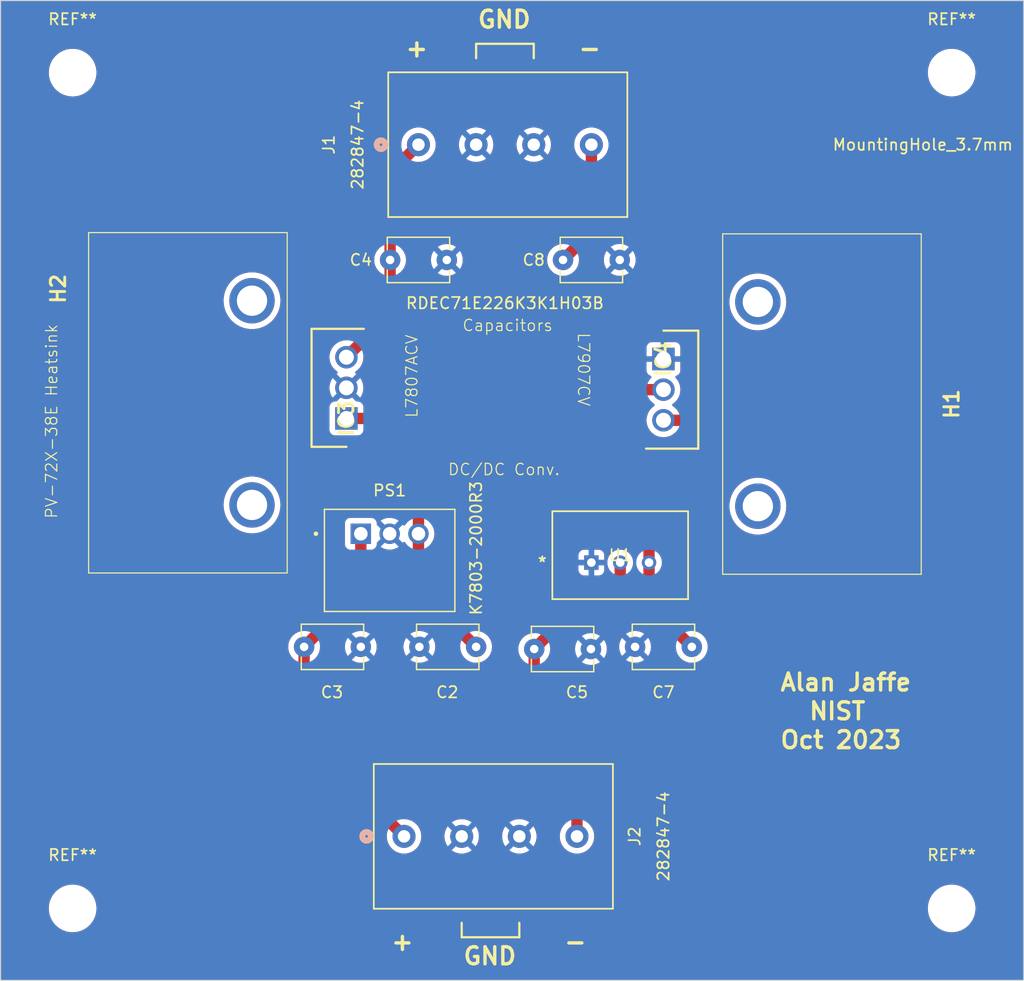
<source format=kicad_pcb>
(kicad_pcb (version 20221018) (generator pcbnew)

  (general
    (thickness 1.6)
  )

  (paper "A4")
  (layers
    (0 "F.Cu" signal)
    (31 "B.Cu" signal)
    (32 "B.Adhes" user "B.Adhesive")
    (33 "F.Adhes" user "F.Adhesive")
    (34 "B.Paste" user)
    (35 "F.Paste" user)
    (36 "B.SilkS" user "B.Silkscreen")
    (37 "F.SilkS" user "F.Silkscreen")
    (38 "B.Mask" user)
    (39 "F.Mask" user)
    (40 "Dwgs.User" user "User.Drawings")
    (41 "Cmts.User" user "User.Comments")
    (42 "Eco1.User" user "User.Eco1")
    (43 "Eco2.User" user "User.Eco2")
    (44 "Edge.Cuts" user)
    (45 "Margin" user)
    (46 "B.CrtYd" user "B.Courtyard")
    (47 "F.CrtYd" user "F.Courtyard")
    (48 "B.Fab" user)
    (49 "F.Fab" user)
    (50 "User.1" user)
    (51 "User.2" user)
    (52 "User.3" user)
    (53 "User.4" user)
    (54 "User.5" user)
    (55 "User.6" user)
    (56 "User.7" user)
    (57 "User.8" user)
    (58 "User.9" user)
  )

  (setup
    (pad_to_mask_clearance 0)
    (pcbplotparams
      (layerselection 0x00010fc_ffffffff)
      (plot_on_all_layers_selection 0x0000000_00000000)
      (disableapertmacros false)
      (usegerberextensions false)
      (usegerberattributes true)
      (usegerberadvancedattributes true)
      (creategerberjobfile true)
      (dashed_line_dash_ratio 12.000000)
      (dashed_line_gap_ratio 3.000000)
      (svgprecision 4)
      (plotframeref false)
      (viasonmask false)
      (mode 1)
      (useauxorigin false)
      (hpglpennumber 1)
      (hpglpenspeed 20)
      (hpglpendiameter 15.000000)
      (dxfpolygonmode true)
      (dxfimperialunits true)
      (dxfusepcbnewfont true)
      (psnegative false)
      (psa4output false)
      (plotreference true)
      (plotvalue true)
      (plotinvisibletext false)
      (sketchpadsonfab false)
      (subtractmaskfromsilk false)
      (outputformat 1)
      (mirror false)
      (drillshape 0)
      (scaleselection 1)
      (outputdirectory "")
    )
  )

  (net 0 "")
  (net 1 "Net-(PS1-VIN)")
  (net 2 "Earth")
  (net 3 "Net-(IC3-OUTPUT)")
  (net 4 "Net-(IC4-OUT)")
  (net 5 "Net-(IC3-INPUT)")
  (net 6 "Net-(IC4-IN)")
  (net 7 "Net-(U1--VIN)")

  (footprint "LIB_PV-T2X-38E:PVT2X38E" (layer "F.Cu") (at 126.3 105.41 90))

  (footprint "LIB_PV-T2X-38E:PVT2X38E" (layer "F.Cu") (at 170.88 87.52 -90))

  (footprint "RDEC71E226K3K1H03B:CAP_RDEC71E226K3K1H03B" (layer "F.Cu") (at 153.67 118.11))

  (footprint "RDEC71E226K3K1H03B:CAP_RDEC71E226K3K1H03B" (layer "F.Cu") (at 133.39 117.92))

  (footprint "K7803-2000R3:CONV_K7803-2000R3" (layer "F.Cu") (at 138.43 110.3))

  (footprint "7808:TO270P460X1020X2008-3P" (layer "F.Cu") (at 134.62 97.79 90))

  (footprint "MountingHole:MountingHole_3.7mm" (layer "F.Cu") (at 187.96 140.97))

  (footprint "footprints:CONN4_282847-4_TEC" (layer "F.Cu") (at 139.7 134.62))

  (footprint "RDEC71E226K3K1H03B:CAP_RDEC71E226K3K1H03B" (layer "F.Cu") (at 143.55 117.92 180))

  (footprint "RDEC71E226K3K1H03B:CAP_RDEC71E226K3K1H03B" (layer "F.Cu") (at 162.56 117.92 180))

  (footprint "TSN-1-24120:TSN 1_TRP" (layer "F.Cu") (at 156.21 110.490001))

  (footprint "MountingHole:MountingHole_3.7mm" (layer "F.Cu") (at 110.49 140.97))

  (footprint "MountingHole:MountingHole_3.7mm" (layer "F.Cu") (at 110.49 67.31))

  (footprint "RDEC71E226K3K1H03B:CAP_RDEC71E226K3K1H03B" (layer "F.Cu") (at 140.97 83.82))

  (footprint "RDEC71E226K3K1H03B:CAP_RDEC71E226K3K1H03B" (layer "F.Cu") (at 156.21 83.82))

  (footprint "MountingHole:MountingHole_3.7mm" (layer "F.Cu") (at 187.96 67.31))

  (footprint "footprints:CONN4_282847-4_TEC" (layer "F.Cu") (at 140.97 73.66))

  (footprint "7808:TO270P460X1020X2008-3P" (layer "F.Cu") (at 162.56 92.55 -90))

  (gr_line (start 144.78 143.51) (end 149.86 143.51)
    (stroke (width 0.2) (type default)) (layer "F.SilkS") (tstamp 453ab48b-5a52-4864-af2a-93639942ee28))
  (gr_line (start 146.05 64.77) (end 151.13 64.77)
    (stroke (width 0.2) (type default)) (layer "F.SilkS") (tstamp 4c8cebc6-0984-46c0-85b4-ddecc253d0c2))
  (gr_line (start 144.78 142.24) (end 144.78 143.51)
    (stroke (width 0.2) (type default)) (layer "F.SilkS") (tstamp 73cdcb00-045e-4eef-b68d-366ac232490f))
  (gr_line (start 151.13 64.77) (end 151.13 66.04)
    (stroke (width 0.2) (type default)) (layer "F.SilkS") (tstamp 7d6d0881-961f-4a8d-9132-816a9fb1f7e6))
  (gr_line (start 146.05 66.04) (end 146.05 64.77)
    (stroke (width 0.2) (type default)) (layer "F.SilkS") (tstamp b8a0ef79-f4a4-448e-aec0-de16dd43d84b))
  (gr_line (start 149.86 143.51) (end 149.86 142.24)
    (stroke (width 0.2) (type default)) (layer "F.SilkS") (tstamp cee0e9bd-69d2-4c67-b7ff-1890f8239cfc))
  (gr_rect (start 104.14 60.96) (end 194.31 147.32)
    (stroke (width 0.1) (type default)) (fill none) (layer "Edge.Cuts") (tstamp 3415140b-50ea-4024-9193-81d9f8705cd4))
  (gr_text "+" (at 138.43 144.78) (layer "F.SilkS") (tstamp 0ce2908a-212e-4bf3-8c10-bb3305ad1802)
    (effects (font (size 1.5 1.5) (thickness 0.3) bold) (justify left bottom))
  )
  (gr_text "PV-72X-38E Heatsink" (at 109.22 106.68 90) (layer "F.SilkS") (tstamp 1692c058-c90f-4221-9e08-74b1c43bffc9)
    (effects (font (size 1 1) (thickness 0.1)) (justify left bottom))
  )
  (gr_text "GND" (at 146.05 63.5) (layer "F.SilkS") (tstamp 1d3817da-a221-44e4-ba6a-b09133a36a04)
    (effects (font (size 1.5 1.5) (thickness 0.3) bold) (justify left bottom))
  )
  (gr_text "GND" (at 144.78 146.05) (layer "F.SilkS") (tstamp 384086a3-010c-4150-88b0-963050cda2f5)
    (effects (font (size 1.5 1.5) (thickness 0.3) bold) (justify left bottom))
  )
  (gr_text "Capacitors" (at 144.78 90.17) (layer "F.SilkS") (tstamp 5bc350fa-37fb-4298-93af-d16273b9e860)
    (effects (font (size 1 1) (thickness 0.1)) (justify left bottom))
  )
  (gr_text "-" (at 153.67 144.78) (layer "F.SilkS") (tstamp 713a7780-5346-4df3-b599-b597222079b5)
    (effects (font (size 1.5 1.5) (thickness 0.3) bold) (justify left bottom))
  )
  (gr_text "DC/DC Conv." (at 143.51 102.87) (layer "F.SilkS") (tstamp 8898e5bf-a7c4-499d-9c13-522853a9cf61)
    (effects (font (size 1 1) (thickness 0.1)) (justify left bottom))
  )
  (gr_text "-" (at 154.94 66.04) (layer "F.SilkS") (tstamp 9021d8e2-149c-4cf4-86d1-fdc1a4572803)
    (effects (font (size 1.5 1.5) (thickness 0.3) bold) (justify left bottom))
  )
  (gr_text "Oct 2023" (at 172.72 127) (layer "F.SilkS") (tstamp 99931ec0-45a0-4f0f-ab8d-eb6a79cbdf5b)
    (effects (font (size 1.5 1.5) (thickness 0.3) bold) (justify left bottom))
  )
  (gr_text "L7807ACV" (at 140.97 97.79 90) (layer "F.SilkS") (tstamp 9dedc937-a133-41bf-b56d-c967ef58e8f7)
    (effects (font (size 1 1) (thickness 0.1)) (justify left bottom))
  )
  (gr_text "NIST" (at 175.26 124.46) (layer "F.SilkS") (tstamp d8bb7053-e71e-428b-8b9d-6f5248786a1d)
    (effects (font (size 1.5 1.5) (thickness 0.3) bold) (justify left bottom))
  )
  (gr_text "Alan Jaffe" (at 172.72 121.92) (layer "F.SilkS") (tstamp e8cb1574-ef25-4d82-986d-16dd1fd6b7ef)
    (effects (font (size 1.5 1.5) (thickness 0.3) bold) (justify left bottom))
  )
  (gr_text "L7907CV" (at 154.94 90.17 270) (layer "F.SilkS") (tstamp f31e1bc8-65ec-4c29-b307-51a4bc3be709)
    (effects (font (size 1 1) (thickness 0.1)) (justify left bottom))
  )
  (gr_text "+" (at 139.7 66.04) (layer "F.SilkS") (tstamp fdd687e6-612d-4167-a33f-bd27a2a7488b)
    (effects (font (size 1.5 1.5) (thickness 0.3) bold) (justify left bottom))
  )

  (segment (start 130.89 125.81) (end 139.7 134.62) (width 1) (layer "F.Cu") (net 1) (tstamp 46a57521-ce9e-4372-ac91-3ab313adbe2a))
  (segment (start 130.89 117.92) (end 130.89 125.81) (width 1) (layer "F.Cu") (net 1) (tstamp b1ebe15a-af8c-4907-ac38-39de06438205))
  (segment (start 135.89 107.95) (end 135.89 112.92) (width 1) (layer "F.Cu") (net 1) (tstamp be44739b-3017-4bf4-be70-0d6b3923e68d))
  (segment (start 135.89 112.92) (end 130.89 117.92) (width 1) (layer "F.Cu") (net 1) (tstamp d08d986b-9a39-4248-9889-9408e97dafcd))
  (segment (start 138.47 76.16) (end 140.97 73.66) (width 1) (layer "F.Cu") (net 3) (tstamp 03b531c1-097b-4d9b-9feb-d0df57b571d2))
  (segment (start 138.47 83.82) (end 138.47 88.54) (width 1) (layer "F.Cu") (net 3) (tstamp 35088e94-8f45-480e-af21-fcf45e9fac88))
  (segment (start 138.47 88.54) (end 134.62 92.39) (width 1) (layer "F.Cu") (net 3) (tstamp dc33ce31-baaf-4b3c-bbdf-d0531f7ca529))
  (segment (start 138.47 83.82) (end 138.47 76.16) (width 1) (layer "F.Cu") (net 3) (tstamp ebe35b63-17bc-4be5-ab64-7d8a337aa8a0))
  (segment (start 156.25 81.28) (end 160.02 81.28) (width 1) (layer "F.Cu") (net 4) (tstamp 1e17068d-a137-4b38-955e-02b43935437b))
  (segment (start 160.02 81.28) (end 166.37 87.63) (width 1) (layer "F.Cu") (net 4) (tstamp 29cae054-7538-46e8-ac9c-4c5606efc35f))
  (segment (start 156.21 81.24) (end 156.21 73.66) (width 1) (layer "F.Cu") (net 4) (tstamp 47146f06-ae95-479c-bb4a-391dde4fdabb))
  (segment (start 166.21 97.95) (end 162.56 97.95) (width 1) (layer "F.Cu") (net 4) (tstamp 57ae40d4-dd48-4fa3-a7bd-dd6474504c8e))
  (segment (start 166.37 87.63) (end 166.37 97.79) (width 1) (layer "F.Cu") (net 4) (tstamp 581b3764-2171-4e57-9638-b2c1b4a19323))
  (segment (start 156.25 81.28) (end 156.21 81.24) (width 0.25) (layer "F.Cu") (net 4) (tstamp 7af1ed44-e42d-4179-894f-dd33256abe5a))
  (segment (start 166.37 97.79) (end 166.21 97.95) (width 1) (layer "F.Cu") (net 4) (tstamp b54bf9f9-bfce-42ed-b75e-af92dadbe24f))
  (segment (start 156.25 81.28) (end 153.71 83.82) (width 1) (layer "F.Cu") (net 4) (tstamp c7cdba29-4c16-44d5-a48d-d5765c1e4bec))
  (segment (start 140.97 112.84) (end 146.05 117.92) (width 1) (layer "F.Cu") (net 5) (tstamp 2609ebaa-9db1-45ea-a849-63e1faaf630c))
  (segment (start 137.16 97.79) (end 134.62 97.79) (width 1) (layer "F.Cu") (net 5) (tstamp 664917bc-ea3f-45f9-a1fe-486f1bbef7e8))
  (segment (start 140.97 107.95) (end 140.97 112.84) (width 1) (layer "F.Cu") (net 5) (tstamp 7415fbe0-44aa-4757-904a-fec8eebf0093))
  (segment (start 140.97 101.6) (end 137.16 97.79) (width 1) (layer "F.Cu") (net 5) (tstamp b3687a50-1fec-4321-80f6-288999632279))
  (segment (start 140.97 107.95) (end 140.97 101.6) (width 1) (layer "F.Cu") (net 5) (tstamp f7cca899-3178-434d-8135-05fa06b07414))
  (segment (start 161.29 114.15) (end 165.06 117.92) (width 1) (layer "F.Cu") (net 6) (tstamp 13cc78ca-ecad-493e-910c-57ad62beac9f))
  (segment (start 158.75 95.25) (end 157.48 96.52) (width 1) (layer "F.Cu") (net 6) (tstamp 1580f07d-2090-4b46-a85a-56f979c4229d))
  (segment (start 157.48 96.52) (end 157.48 101.6) (width 1) (layer "F.Cu") (net 6) (tstamp 456466d2-3b00-469c-b7bb-9b2b9058ee5d))
  (segment (start 157.48 101.6) (end 161.29 105.41) (width 1) (layer "F.Cu") (net 6) (tstamp 603311b6-e3cd-4ab2-abb8-2e36f1e1f743))
  (segment (start 162.56 95.25) (end 158.75 95.25) (width 1) (layer "F.Cu") (net 6) (tstamp b2892508-7a01-44db-ac4e-4307e96864d0))
  (segment (start 161.29 105.41) (end 161.29 110.49) (width 1) (layer "F.Cu") (net 6) (tstamp b6b3a300-5aa5-4589-9a4a-97912d9d52d2))
  (segment (start 161.29 110.49) (end 161.29 114.15) (width 1) (layer "F.Cu") (net 6) (tstamp f6b71c1d-01c1-4bdd-b663-7dc438c2b964))
  (segment (start 154.98 114.3) (end 158.75 114.3) (width 1) (layer "F.Cu") (net 7) (tstamp 3b86e58f-cdca-4c4d-a1f1-3023ab744ebf))
  (segment (start 151.17 118.11) (end 154.98 114.3) (width 1) (layer "F.Cu") (net 7) (tstamp 64931cbb-2592-4b29-af56-c6f207f03330))
  (segment (start 151.17 120.69) (end 154.94 124.46) (width 1) (layer "F.Cu") (net 7) (tstamp 6c9a8031-1bc8-49c9-9313-59c1e10e2b1b))
  (segment (start 151.17 118.11) (end 151.17 120.69) (width 1) (layer "F.Cu") (net 7) (tstamp 75526ba2-0c7a-4fa5-8b23-f13847ef656c))
  (segment (start 158.75 114.3) (end 158.75 110.49) (width 1) (layer "F.Cu") (net 7) (tstamp 8d60af72-6c5a-48db-8127-c9be9e1e73db))
  (segment (start 154.94 124.46) (end 154.94 134.62) (width 1) (layer "F.Cu") (net 7) (tstamp b1e57c65-3e88-4f82-9c15-cdfbb580d841))

  (zone (net 0) (net_name "") (layer "F.Cu") (tstamp 06348163-8c08-4aca-a8fc-c92a8472c1ed) (hatch edge 0.5)
    (connect_pads (clearance 0.5))
    (min_thickness 0.25) (filled_areas_thickness no)
    (fill yes (thermal_gap 0.5) (thermal_bridge_width 0.5) (island_removal_mode 1) (island_area_min 10))
    (polygon
      (pts
        (xy 104.14 60.96)
        (xy 194.31 60.96)
        (xy 194.31 147.32)
        (xy 104.14 147.32)
      )
    )
    (filled_polygon
      (layer "F.Cu")
      (island)
      (pts
        (xy 194.252539 60.980185)
        (xy 194.298294 61.032989)
        (xy 194.3095 61.0845)
        (xy 194.3095 147.1955)
        (xy 194.289815 147.262539)
        (xy 194.237011 147.308294)
        (xy 194.1855 147.3195)
        (xy 104.2645 147.3195)
        (xy 104.197461 147.299815)
        (xy 104.151706 147.247011)
        (xy 104.1405 147.1955)
        (xy 104.1405 141.113678)
        (xy 108.3895 141.113678)
        (xy 108.428629 141.398357)
        (xy 108.42863 141.398364)
        (xy 108.469877 141.545578)
        (xy 108.506156 141.675058)
        (xy 108.506157 141.675061)
        (xy 108.506158 141.675063)
        (xy 108.506158 141.675064)
        (xy 108.620634 141.938617)
        (xy 108.620639 141.938625)
        (xy 108.769945 142.184147)
        (xy 108.951292 142.407053)
        (xy 109.077105 142.524554)
        (xy 109.161299 142.603187)
        (xy 109.161302 142.603189)
        (xy 109.396064 142.768901)
        (xy 109.651203 142.901104)
        (xy 109.921968 142.997334)
        (xy 110.203314 143.055798)
        (xy 110.418248 143.0705)
        (xy 110.418253 143.0705)
        (xy 110.561747 143.0705)
        (xy 110.561752 143.0705)
        (xy 110.776686 143.055798)
        (xy 111.058032 142.997334)
        (xy 111.328797 142.901104)
        (xy 111.583936 142.768901)
        (xy 111.818698 142.603189)
        (xy 112.028708 142.407053)
        (xy 112.210055 142.184147)
        (xy 112.359361 141.938625)
        (xy 112.359363 141.93862)
        (xy 112.359365 141.938617)
        (xy 112.473841 141.675064)
        (xy 112.473844 141.675058)
        (xy 112.551371 141.398358)
        (xy 112.5905 141.113678)
        (xy 185.8595 141.113678)
        (xy 185.898629 141.398357)
        (xy 185.89863 141.398364)
        (xy 185.939877 141.545578)
        (xy 185.976156 141.675058)
        (xy 185.976157 141.675061)
        (xy 185.976158 141.675063)
        (xy 185.976158 141.675064)
        (xy 186.090634 141.938617)
        (xy 186.090639 141.938625)
        (xy 186.239945 142.184147)
        (xy 186.421292 142.407053)
        (xy 186.547105 142.524554)
        (xy 186.631299 142.603187)
        (xy 186.631302 142.603189)
        (xy 186.866064 142.768901)
        (xy 187.121203 142.901104)
        (xy 187.391968 142.997334)
        (xy 187.673314 143.055798)
        (xy 187.888248 143.0705)
        (xy 187.888253 143.0705)
        (xy 188.031747 143.0705)
        (xy 188.031752 143.0705)
        (xy 188.246686 143.055798)
        (xy 188.528032 142.997334)
        (xy 188.798797 142.901104)
        (xy 189.053936 142.768901)
        (xy 189.288698 142.603189)
        (xy 189.498708 142.407053)
        (xy 189.680055 142.184147)
        (xy 189.829361 141.938625)
        (xy 189.829363 141.93862)
        (xy 189.829365 141.938617)
        (xy 189.943841 141.675064)
        (xy 189.943844 141.675058)
        (xy 190.021371 141.398358)
        (xy 190.0605 141.113678)
        (xy 190.0605 140.826322)
        (xy 190.021371 140.541642)
        (xy 189.943844 140.264942)
        (xy 189.943841 140.264935)
        (xy 189.829365 140.001382)
        (xy 189.680055 139.755853)
        (xy 189.49871 139.53295)
        (xy 189.498708 139.532947)
        (xy 189.379831 139.421923)
        (xy 189.2887 139.336812)
        (xy 189.053935 139.171098)
        (xy 188.798793 139.038894)
        (xy 188.528037 138.942667)
        (xy 188.528034 138.942666)
        (xy 188.351509 138.905984)
        (xy 188.246686 138.884202)
        (xy 188.246684 138.884201)
        (xy 188.24668 138.884201)
        (xy 188.110654 138.874897)
        (xy 188.031752 138.8695)
        (xy 187.888248 138.8695)
        (xy 187.814743 138.874527)
        (xy 187.673319 138.884201)
        (xy 187.391965 138.942666)
        (xy 187.391962 138.942667)
        (xy 187.121206 139.038894)
        (xy 186.866064 139.171098)
        (xy 186.631299 139.336812)
        (xy 186.421289 139.53295)
        (xy 186.239944 139.755853)
        (xy 186.090634 140.001382)
        (xy 185.976158 140.264935)
        (xy 185.976158 140.264936)
        (xy 185.89863 140.541635)
        (xy 185.898629 140.541642)
        (xy 185.8595 140.826321)
        (xy 185.8595 141.113678)
        (xy 112.5905 141.113678)
        (xy 112.5905 140.826322)
        (xy 112.551371 140.541642)
        (xy 112.473844 140.264942)
        (xy 112.473841 140.264935)
        (xy 112.359365 140.001382)
        (xy 112.210055 139.755853)
        (xy 112.02871 139.53295)
        (xy 112.028708 139.532947)
        (xy 111.909831 139.421923)
        (xy 111.8187 139.336812)
        (xy 111.583935 139.171098)
        (xy 111.328793 139.038894)
        (xy 111.058037 138.942667)
        (xy 111.058034 138.942666)
        (xy 110.881509 138.905984)
        (xy 110.776686 138.884202)
        (xy 110.776684 138.884201)
        (xy 110.77668 138.884201)
        (xy 110.640654 138.874897)
        (xy 110.561752 138.8695)
        (xy 110.418248 138.8695)
        (xy 110.344743 138.874527)
        (xy 110.203319 138.884201)
        (xy 109.921965 138.942666)
        (xy 109.921962 138.942667)
        (xy 109.651206 139.038894)
        (xy 109.396064 139.171098)
        (xy 109.161299 139.336812)
        (xy 108.951289 139.53295)
        (xy 108.769944 139.755853)
        (xy 108.620634 140.001382)
        (xy 108.506158 140.264935)
        (xy 108.506158 140.264936)
        (xy 108.42863 140.541635)
        (xy 108.428629 140.541642)
        (xy 108.3895 140.826321)
        (xy 108.3895 141.113678)
        (xy 104.1405 141.113678)
        (xy 104.1405 117.920006)
        (xy 129.4847 117.920006)
        (xy 129.503864 118.151297)
        (xy 129.503866 118.151308)
        (xy 129.560842 118.3763)
        (xy 129.654075 118.588848)
        (xy 129.781016 118.783147)
        (xy 129.781019 118.783151)
        (xy 129.781021 118.783153)
        (xy 129.856731 118.865396)
        (xy 129.887652 118.928049)
        (xy 129.8895 118.949377)
        (xy 129.8895 125.797283)
        (xy 129.887243 125.886362)
        (xy 129.887243 125.88637)
        (xy 129.898064 125.946739)
        (xy 129.898718 125.951404)
        (xy 129.904925 126.01243)
        (xy 129.904927 126.012444)
        (xy 129.915208 126.045213)
        (xy 129.917079 126.052837)
        (xy 129.923142 126.086652)
        (xy 129.923142 126.086655)
        (xy 129.945894 126.143612)
        (xy 129.947474 126.148051)
        (xy 129.965841 126.206588)
        (xy 129.965844 126.206595)
        (xy 129.982509 126.236619)
        (xy 129.985879 126.243714)
        (xy 129.998622 126.275614)
        (xy 129.998627 126.275624)
        (xy 130.032377 126.326833)
        (xy 130.034818 126.330863)
        (xy 130.064588 126.384498)
        (xy 130.064589 126.384499)
        (xy 130.064591 126.384502)
        (xy 130.086968 126.410567)
        (xy 130.091693 126.416835)
        (xy 130.104263 126.435906)
        (xy 130.110598 126.445519)
        (xy 130.153978 126.488899)
        (xy 130.157169 126.492343)
        (xy 130.197131 126.538892)
        (xy 130.197134 126.538895)
        (xy 130.224294 126.559918)
        (xy 130.23019 126.565111)
        (xy 138.146142 134.481063)
        (xy 138.179627 134.542386)
        (xy 138.182079 134.578472)
        (xy 138.178811 134.619999)
        (xy 138.197538 134.857963)
        (xy 138.253261 135.090068)
        (xy 138.344608 135.3106)
        (xy 138.34461 135.310604)
        (xy 138.344611 135.310605)
        (xy 138.469332 135.514132)
        (xy 138.624357 135.695643)
        (xy 138.805868 135.850668)
        (xy 139.009395 135.975389)
        (xy 139.009397 135.975389)
        (xy 139.009399 135.975391)
        (xy 139.08507 136.006735)
        (xy 139.229927 136.066737)
        (xy 139.462034 136.122461)
        (xy 139.7 136.141189)
        (xy 139.937966 136.122461)
        (xy 140.170073 136.066737)
        (xy 140.390605 135.975389)
        (xy 140.594132 135.850668)
        (xy 140.775643 135.695643)
        (xy 140.930668 135.514132)
        (xy 141.055389 135.310605)
        (xy 141.146737 135.090073)
        (xy 141.202461 134.857966)
        (xy 141.221189 134.62)
        (xy 143.258811 134.62)
        (xy 143.277538 134.857963)
        (xy 143.333261 135.090068)
        (xy 143.424608 135.3106)
        (xy 143.42461 135.310604)
        (xy 143.424611 135.310605)
        (xy 143.549332 135.514132)
        (xy 143.704357 135.695643)
        (xy 143.885868 135.850668)
        (xy 144.089395 135.975389)
        (xy 144.089397 135.975389)
        (xy 144.089399 135.975391)
        (xy 144.16507 136.006735)
        (xy 144.309927 136.066737)
        (xy 144.542034 136.122461)
        (xy 144.78 136.141189)
        (xy 145.017966 136.122461)
        (xy 145.250073 136.066737)
        (xy 145.470605 135.975389)
        (xy 145.674132 135.850668)
        (xy 145.855643 135.695643)
        (xy 146.010668 135.514132)
        (xy 146.135389 135.310605)
        (xy 146.226737 135.090073)
        (xy 146.282461 134.857966)
        (xy 146.301189 134.62)
        (xy 148.338811 134.62)
        (xy 148.357538 134.857963)
        (xy 148.413261 135.090068)
        (xy 148.504608 135.3106)
        (xy 148.50461 135.310604)
        (xy 148.504611 135.310605)
        (xy 148.629332 135.514132)
        (xy 148.784357 135.695643)
        (xy 148.965868 135.850668)
        (xy 149.169395 135.975389)
        (xy 149.169397 135.975389)
        (xy 149.169399 135.975391)
        (xy 149.24507 136.006735)
        (xy 149.389927 136.066737)
        (xy 149.622034 136.122461)
        (xy 149.86 136.141189)
        (xy 150.097966 136.122461)
        (xy 150.330073 136.066737)
        (xy 150.550605 135.975389)
        (xy 150.754132 135.850668)
        (xy 150.935643 135.695643)
        (xy 151.090668 135.514132)
        (xy 151.215389 135.310605)
        (xy 151.306737 135.090073)
        (xy 151.362461 134.857966)
        (xy 151.381189 134.62)
        (xy 151.362461 134.382034)
        (xy 151.306737 134.149927)
        (xy 151.215389 133.929395)
        (xy 151.090668 133.725868)
        (xy 150.935643 133.544357)
        (xy 150.754132 133.389332)
        (xy 150.550605 133.264611)
        (xy 150.550604 133.26461)
        (xy 150.5506 133.264608)
        (xy 150.330068 133.173261)
        (xy 150.097962 133.117538)
        (xy 150.097963 133.117538)
        (xy 149.86 133.098811)
        (xy 149.622036 133.117538)
        (xy 149.389931 133.173261)
        (xy 149.169399 133.264608)
        (xy 148.965867 133.389332)
        (xy 148.784357 133.544357)
        (xy 148.629332 133.725867)
        (xy 148.504608 133.929399)
        (xy 148.413261 134.149931)
        (xy 148.357538 134.382036)
        (xy 148.338811 134.62)
        (xy 146.301189 134.62)
        (xy 146.282461 134.382034)
        (xy 146.226737 134.149927)
        (xy 146.135389 133.929395)
        (xy 146.010668 133.725868)
        (xy 145.855643 133.544357)
        (xy 145.674132 133.389332)
        (xy 145.470605 133.264611)
        (xy 145.470604 133.26461)
        (xy 145.4706 133.264608)
        (xy 145.250068 133.173261)
        (xy 145.017962 133.117538)
        (xy 145.017963 133.117538)
        (xy 144.78 133.098811)
        (xy 144.542036 133.117538)
        (xy 144.309931 133.173261)
        (xy 144.089399 133.264608)
        (xy 143.885867 133.389332)
        (xy 143.704357 133.544357)
        (xy 143.549332 133.725867)
        (xy 143.424608 133.929399)
        (xy 143.333261 134.149931)
        (xy 143.277538 134.382036)
        (xy 143.258811 134.62)
        (xy 141.221189 134.62)
        (xy 141.202461 134.382034)
        (xy 141.146737 134.149927)
        (xy 141.055389 133.929395)
        (xy 140.930668 133.725868)
        (xy 140.775643 133.544357)
        (xy 140.594132 133.389332)
        (xy 140.390605 133.264611)
        (xy 140.390604 133.26461)
        (xy 140.3906 133.264608)
        (xy 140.170068 133.173261)
        (xy 139.937962 133.117538)
        (xy 139.937963 133.117538)
        (xy 139.722225 133.10056)
        (xy 139.7 133.098811)
        (xy 139.699999 133.098811)
        (xy 139.658472 133.102079)
        (xy 139.590095 133.087714)
        (xy 139.561063 133.066142)
        (xy 131.926819 125.431898)
        (xy 131.893334 125.370575)
        (xy 131.8905 125.344217)
        (xy 131.8905 118.949377)
        (xy 131.910185 118.882338)
        (xy 131.923264 118.865401)
        (xy 131.998979 118.783153)
        (xy 132.125924 118.588849)
        (xy 132.219157 118.3763)
        (xy 132.276134 118.151305)
        (xy 132.290676 117.975786)
        (xy 132.312201 117.920006)
        (xy 134.4847 117.920006)
        (xy 134.503864 118.151297)
        (xy 134.503866 118.151308)
        (xy 134.560842 118.3763)
        (xy 134.654075 118.588848)
        (xy 134.781016 118.783147)
        (xy 134.781019 118.783151)
        (xy 134.781021 118.783153)
        (xy 134.938216 118.953913)
        (xy 134.938219 118.953915)
        (xy 134.938222 118.953918)
        (xy 135.121365 119.096464)
        (xy 135.121371 119.096468)
        (xy 135.121374 119.09647)
        (xy 135.325497 119.206936)
        (xy 135.439487 119.246068)
        (xy 135.545015 119.282297)
        (xy 135.545017 119.282297)
        (xy 135.545019 119.282298)
        (xy 135.773951 119.3205)
        (xy 135.773952 119.3205)
        (xy 136.006048 119.3205)
        (xy 136.006049 119.3205)
        (xy 136.234981 119.282298)
        (xy 136.454503 119.206936)
        (xy 136.658626 119.09647)
        (xy 136.841784 118.953913)
        (xy 136.998979 118.783153)
        (xy 137.125924 118.588849)
        (xy 137.219157 118.3763)
        (xy 137.276134 118.151305)
        (xy 137.276135 118.151297)
        (xy 137.2953 117.920006)
        (xy 139.6447 117.920006)
        (xy 139.663864 118.151297)
        (xy 139.663866 118.151308)
        (xy 139.720842 118.3763)
        (xy 139.814075 118.588848)
        (xy 139.941016 118.783147)
        (xy 139.941019 118.783151)
        (xy 139.941021 118.783153)
        (xy 140.098216 118.953913)
        (xy 140.098219 118.953915)
        (xy 140.098222 118.953918)
        (xy 140.281365 119.096464)
        (xy 140.281371 119.096468)
        (xy 140.281374 119.09647)
        (xy 140.485497 119.206936)
        (xy 140.599487 119.246068)
        (xy 140.705015 119.282297)
        (xy 140.705017 119.282297)
        (xy 140.705019 119.282298)
        (xy 140.933951 119.3205)
        (xy 140.933952 119.3205)
        (xy 141.166048 119.3205)
        (xy 141.166049 119.3205)
        (xy 141.394981 119.282298)
        (xy 141.614503 119.206936)
        (xy 141.818626 119.09647)
        (xy 142.001784 118.953913)
        (xy 142.158979 118.783153)
        (xy 142.285924 118.588849)
        (xy 142.379157 118.3763)
        (xy 142.436134 118.151305)
        (xy 142.436135 118.151297)
        (xy 142.4553 117.920006)
        (xy 142.4553 117.919993)
        (xy 142.436135 117.688702)
        (xy 142.436133 117.688691)
        (xy 142.379157 117.463699)
        (xy 142.285924 117.251151)
        (xy 142.158983 117.056852)
        (xy 142.15898 117.056849)
        (xy 142.158979 117.056847)
        (xy 142.001784 116.886087)
        (xy 142.001779 116.886083)
        (xy 142.001777 116.886081)
        (xy 141.818634 116.743535)
        (xy 141.818628 116.743531)
        (xy 141.614504 116.633064)
        (xy 141.614495 116.633061)
        (xy 141.394984 116.557702)
        (xy 141.223282 116.52905)
        (xy 141.166049 116.5195)
        (xy 140.933951 116.5195)
        (xy 140.888164 116.52714)
        (xy 140.705015 116.557702)
        (xy 140.485504 116.633061)
        (xy 140.485495 116.633064)
        (xy 140.281371 116.743531)
        (xy 140.281365 116.743535)
        (xy 140.098222 116.886081)
        (xy 140.098219 116.886084)
        (xy 139.941016 117.056852)
        (xy 139.814075 117.251151)
        (xy 139.720842 117.463699)
        (xy 139.663866 117.688691)
        (xy 139.663864 117.688702)
        (xy 139.6447 117.919993)
        (xy 139.6447 117.920006)
        (xy 137.2953 117.920006)
        (xy 137.2953 117.919993)
        (xy 137.276135 117.688702)
        (xy 137.276133 117.688691)
        (xy 137.219157 117.463699)
        (xy 137.125924 117.251151)
        (xy 136.998983 117.056852)
        (xy 136.99898 117.056849)
        (xy 136.998979 117.056847)
        (xy 136.841784 116.886087)
        (xy 136.841779 116.886083)
        (xy 136.841777 116.886081)
        (xy 136.658634 116.743535)
        (xy 136.658628 116.743531)
        (xy 136.454504 116.633064)
        (xy 136.454495 116.633061)
        (xy 136.234984 116.557702)
        (xy 136.063281 116.52905)
        (xy 136.006049 116.5195)
        (xy 135.773951 116.5195)
        (xy 135.728164 116.52714)
        (xy 135.545015 116.557702)
        (xy 135.325504 116.633061)
        (xy 135.325495 116.633064)
        (xy 135.121371 116.743531)
        (xy 135.121365 116.743535)
        (xy 134.938222 116.886081)
        (xy 134.938219 116.886084)
        (xy 134.781016 117.056852)
        (xy 134.654075 117.251151)
        (xy 134.560842 117.463699)
        (xy 134.503866 117.688691)
        (xy 134.503864 117.688702)
        (xy 134.4847 117.919993)
        (xy 134.4847 117.920006)
        (xy 132.312201 117.920006)
        (xy 132.315829 117.910604)
        (xy 132.326564 117.898355)
        (xy 136.588467 113.636452)
        (xy 136.653053 113.575059)
        (xy 136.688099 113.524706)
        (xy 136.690938 113.520941)
        (xy 136.706631 113.501695)
        (xy 136.729698 113.473407)
        (xy 136.745601 113.44296)
        (xy 136.749674 113.436239)
        (xy 136.764803 113.414502)
        (xy 136.769295 113.408049)
        (xy 136.793492 113.35166)
        (xy 136.795498 113.347435)
        (xy 136.823909 113.293049)
        (xy 136.83336 113.260015)
        (xy 136.835991 113.252628)
        (xy 136.840321 113.242539)
        (xy 136.84954 113.221058)
        (xy 136.861893 113.16094)
        (xy 136.863006 113.156412)
        (xy 136.879887 113.097418)
        (xy 136.882495 113.063155)
        (xy 136.883587 113.055376)
        (xy 136.8905 113.021739)
        (xy 136.8905 112.960401)
        (xy 136.890679 112.955692)
        (xy 136.895337 112.894526)
        (xy 136.890997 112.860442)
        (xy 136.8905 112.852603)
        (xy 136.8905 109.43279)
        (xy 136.910185 109.365751)
        (xy 136.962989 109.319996)
        (xy 136.971146 109.316616)
        (xy 137.032331 109.293796)
        (xy 137.147546 109.207546)
        (xy 137.233796 109.092331)
        (xy 137.262454 109.015493)
        (xy 137.304326 108.959559)
        (xy 137.36979 108.935141)
        (xy 137.438063 108.949992)
        (xy 137.469866 108.974843)
        (xy 137.477302 108.98292)
        (xy 137.478215 108.983912)
        (xy 137.478222 108.983918)
        (xy 137.661365 109.126464)
        (xy 137.661371 109.126468)
        (xy 137.661374 109.12647)
        (xy 137.865497 109.236936)
        (xy 137.979487 109.276068)
        (xy 138.085015 109.312297)
        (xy 138.085017 109.312297)
        (xy 138.085019 109.312298)
        (xy 138.313951 109.3505)
        (xy 138.313952 109.3505)
        (xy 138.546048 109.3505)
        (xy 138.546049 109.3505)
        (xy 138.774981 109.312298)
        (xy 138.994503 109.236936)
        (xy 139.198626 109.12647)
        (xy 139.381784 108.983913)
        (xy 139.538979 108.813153)
        (xy 139.596191 108.725582)
        (xy 139.649337 108.680226)
        (xy 139.718568 108.670802)
        (xy 139.781904 108.700304)
        (xy 139.803809 108.725583)
        (xy 139.861016 108.813147)
        (xy 139.861019 108.813151)
        (xy 139.861021 108.813153)
        (xy 139.936731 108.895396)
        (xy 139.967652 108.958049)
        (xy 139.9695 108.979377)
        (xy 139.9695 112.827283)
        (xy 139.967243 112.916362)
        (xy 139.967243 112.91637)
        (xy 139.978064 112.976739)
        (xy 139.978718 112.981404)
        (xy 139.984925 113.04243)
        (xy 139.984927 113.042444)
        (xy 139.995208 113.075213)
        (xy 139.997079 113.082837)
        (xy 140.003142 113.116652)
        (xy 140.003142 113.116655)
        (xy 140.025894 113.173612)
        (xy 140.027474 113.178051)
        (xy 140.045841 113.236588)
        (xy 140.045844 113.236595)
        (xy 140.062509 113.266619)
        (xy 140.065879 113.273714)
        (xy 140.078622 113.305614)
        (xy 140.078627 113.305624)
        (xy 140.096763 113.333142)
        (xy 140.108981 113.351681)
        (xy 140.112377 113.356833)
        (xy 140.114818 113.360863)
        (xy 140.144588 113.414498)
        (xy 140.144589 113.414499)
        (xy 140.144591 113.414502)
        (xy 140.166968 113.440567)
        (xy 140.171693 113.446835)
        (xy 140.184263 113.465906)
        (xy 140.190598 113.475519)
        (xy 140.233978 113.518899)
        (xy 140.237169 113.522343)
        (xy 140.277131 113.568892)
        (xy 140.27713 113.568892)
        (xy 140.304299 113.589923)
        (xy 140.310186 113.595107)
        (xy 143.198261 116.483181)
        (xy 144.613427 117.898347)
        (xy 144.646912 117.95967)
        (xy 144.649322 117.975788)
        (xy 144.663864 118.151297)
        (xy 144.663866 118.151308)
        (xy 144.720842 118.3763)
        (xy 144.814075 118.588848)
        (xy 144.941016 118.783147)
        (xy 144.941019 118.783151)
        (xy 144.941021 118.783153)
        (xy 145.098216 118.953913)
        (xy 145.098219 118.953915)
        (xy 145.098222 118.953918)
        (xy 145.281365 119.096464)
        (xy 145.281371 119.096468)
        (xy 145.281374 119.09647)
        (xy 145.485497 119.206936)
        (xy 145.599487 119.246068)
        (xy 145.705015 119.282297)
        (xy 145.705017 119.282297)
        (xy 145.705019 119.282298)
        (xy 145.933951 119.3205)
        (xy 145.933952 119.3205)
        (xy 146.166048 119.3205)
        (xy 146.166049 119.3205)
        (xy 146.394981 119.282298)
        (xy 146.614503 119.206936)
        (xy 146.818626 119.09647)
        (xy 147.001784 118.953913)
        (xy 147.158979 118.783153)
        (xy 147.285924 118.588849)
        (xy 147.379157 118.3763)
        (xy 147.436134 118.151305)
        (xy 147.436135 118.151297)
        (xy 147.439556 118.110006)
        (xy 149.7647 118.110006)
        (xy 149.783864 118.341297)
        (xy 149.783866 118.341308)
        (xy 149.840842 118.5663)
        (xy 149.934075 118.778848)
        (xy 150.061016 118.973147)
        (xy 150.061019 118.973151)
        (xy 150.061021 118.973153)
        (xy 150.136731 119.055396)
        (xy 150.167652 119.118049)
        (xy 150.1695 119.139377)
        (xy 150.1695 120.677283)
        (xy 150.167243 120.766362)
        (xy 150.167243 120.76637)
        (xy 150.178064 120.826739)
        (xy 150.178718 120.831404)
        (xy 150.184925 120.89243)
        (xy 150.184927 120.892444)
        (xy 150.195208 120.925213)
        (xy 150.197079 120.932837)
        (xy 150.203142 120.966652)
        (xy 150.203142 120.966655)
        (xy 150.225894 121.023612)
        (xy 150.227474 121.028051)
        (xy 150.245841 121.086588)
        (xy 150.245844 121.086595)
        (xy 150.262509 121.116619)
        (xy 150.265879 121.123714)
        (xy 150.278622 121.155614)
        (xy 150.278627 121.155624)
        (xy 150.312377 121.206833)
        (xy 150.314818 121.210863)
        (xy 150.344588 121.264498)
        (xy 150.344589 121.264499)
        (xy 150.344591 121.264502)
        (xy 150.366968 121.290567)
        (xy 150.371693 121.296835)
        (xy 150.384263 121.315906)
        (xy 150.390598 121.325519)
        (xy 150.433978 121.368899)
        (xy 150.437169 121.372343)
        (xy 150.477131 121.418892)
        (xy 150.47713 121.418892)
        (xy 150.504299 121.439923)
        (xy 150.510186 121.445107)
        (xy 152.769962 123.704882)
        (xy 153.903181 124.838101)
        (xy 153.936666 124.899424)
        (xy 153.9395 124.925782)
        (xy 153.9395 133.423013)
        (xy 153.919815 133.490052)
        (xy 153.896033 133.517303)
        (xy 153.864357 133.544356)
        (xy 153.864357 133.544357)
        (xy 153.709332 133.725867)
        (xy 153.584608 133.929399)
        (xy 153.493261 134.149931)
        (xy 153.437538 134.382036)
        (xy 153.418811 134.62)
        (xy 153.437538 134.857963)
        (xy 153.493261 135.090068)
        (xy 153.584608 135.3106)
        (xy 153.58461 135.310604)
        (xy 153.584611 135.310605)
        (xy 153.709332 135.514132)
        (xy 153.864357 135.695643)
        (xy 154.045868 135.850668)
        (xy 154.249395 135.975389)
        (xy 154.249397 135.975389)
        (xy 154.249399 135.975391)
        (xy 154.32507 136.006735)
        (xy 154.469927 136.066737)
        (xy 154.702034 136.122461)
        (xy 154.94 136.141189)
        (xy 155.177966 136.122461)
        (xy 155.410073 136.066737)
        (xy 155.630605 135.975389)
        (xy 155.834132 135.850668)
        (xy 156.015643 135.695643)
        (xy 156.170668 135.514132)
        (xy 156.295389 135.310605)
        (xy 156.386737 135.090073)
        (xy 156.442461 134.857966)
        (xy 156.461189 134.62)
        (xy 156.442461 134.382034)
        (xy 156.386737 134.149927)
        (xy 156.295389 133.929395)
        (xy 156.170668 133.725868)
        (xy 156.015643 133.544357)
        (xy 155.983966 133.517302)
        (xy 155.945775 133.458795)
        (xy 155.9405 133.423013)
        (xy 155.9405 124.472698)
        (xy 155.942757 124.383641)
        (xy 155.942756 124.38364)
        (xy 155.942757 124.383637)
        (xy 155.931933 124.323249)
        (xy 155.93128 124.318587)
        (xy 155.925074 124.257563)
        (xy 155.925074 124.257562)
        (xy 155.914784 124.224768)
        (xy 155.912917 124.217155)
        (xy 155.906858 124.183347)
        (xy 155.906857 124.183345)
        (xy 155.884102 124.126379)
        (xy 155.882521 124.121938)
        (xy 155.864157 124.063407)
        (xy 155.847488 124.033378)
        (xy 155.844117 124.026278)
        (xy 155.831378 123.994386)
        (xy 155.831377 123.994383)
        (xy 155.79762 123.943163)
        (xy 155.79518 123.939134)
        (xy 155.784379 123.919675)
        (xy 155.765409 123.885498)
        (xy 155.765407 123.885495)
        (xy 155.743033 123.859434)
        (xy 155.738302 123.853159)
        (xy 155.719402 123.824481)
        (xy 155.676012 123.781091)
        (xy 155.672822 123.777648)
        (xy 155.632867 123.731106)
        (xy 155.632863 123.731102)
        (xy 155.605698 123.710074)
        (xy 155.599803 123.704882)
        (xy 152.206819 120.311898)
        (xy 152.173334 120.250575)
        (xy 152.1705 120.224217)
        (xy 152.1705 119.139377)
        (xy 152.190185 119.072338)
        (xy 152.203264 119.055401)
        (xy 152.278979 118.973153)
        (xy 152.405924 118.778849)
        (xy 152.499157 118.5663)
        (xy 152.556134 118.341305)
        (xy 152.570676 118.165786)
        (xy 152.592201 118.110006)
        (xy 154.7647 118.110006)
        (xy 154.783864 118.341297)
        (xy 154.783866 118.341308)
        (xy 154.840842 118.5663)
        (xy 154.934075 118.778848)
        (xy 155.061016 118.973147)
        (xy 155.061019 118.973151)
        (xy 155.061021 118.973153)
        (xy 155.218216 119.143913)
        (xy 155.218219 119.143915)
        (xy 155.218222 119.143918)
        (xy 155.401365 119.286464)
        (xy 155.401371 119.286468)
        (xy 155.401374 119.28647)
        (xy 155.605497 119.396936)
        (xy 155.719487 119.436068)
        (xy 155.825015 119.472297)
        (xy 155.825017 119.472297)
        (xy 155.825019 119.472298)
        (xy 156.053951 119.5105)
        (xy 156.053952 119.5105)
        (xy 156.286048 119.5105)
        (xy 156.286049 119.5105)
        (xy 156.514981 119.472298)
        (xy 156.734503 119.396936)
        (xy 156.938626 119.28647)
        (xy 156.943988 119.282297)
        (xy 157.040813 119.206935)
        (xy 157.121784 119.143913)
        (xy 157.278979 118.973153)
        (xy 157.405924 118.778849)
        (xy 157.499157 118.5663)
        (xy 157.556134 118.341305)
        (xy 157.556135 118.341297)
        (xy 157.5753 118.110006)
        (xy 157.5753 118.109993)
        (xy 157.559557 117.920006)
        (xy 158.6547 117.920006)
        (xy 158.673864 118.151297)
        (xy 158.673866 118.151308)
        (xy 158.730842 118.3763)
        (xy 158.824075 118.588848)
        (xy 158.951016 118.783147)
        (xy 158.951019 118.783151)
        (xy 158.951021 118.783153)
        (xy 159.108216 118.953913)
        (xy 159.108219 118.953915)
        (xy 159.108222 118.953918)
        (xy 159.291365 119.096464)
        (xy 159.291371 119.096468)
        (xy 159.291374 119.09647)
        (xy 159.495497 119.206936)
        (xy 159.609487 119.246068)
        (xy 159.715015 119.282297)
        (xy 159.715017 119.282297)
        (xy 159.715019 119.282298)
        (xy 159.943951 119.3205)
        (xy 159.943952 119.3205)
        (xy 160.176048 119.3205)
        (xy 160.176049 119.3205)
        (xy 160.404981 119.282298)
        (xy 160.624503 119.206936)
        (xy 160.828626 119.09647)
        (xy 161.011784 118.953913)
        (xy 161.168979 118.783153)
        (xy 161.295924 118.588849)
        (xy 161.389157 118.3763)
        (xy 161.446134 118.151305)
        (xy 161.446135 118.151297)
        (xy 161.4653 117.920006)
        (xy 161.4653 117.919993)
        (xy 161.446135 117.688702)
        (xy 161.446133 117.688691)
        (xy 161.389157 117.463699)
        (xy 161.295924 117.251151)
        (xy 161.168983 117.056852)
        (xy 161.16898 117.056849)
        (xy 161.168979 117.056847)
        (xy 161.011784 116.886087)
        (xy 161.011779 116.886083)
        (xy 161.011777 116.886081)
        (xy 160.828634 116.743535)
        (xy 160.828628 116.743531)
        (xy 160.624504 116.633064)
        (xy 160.624495 116.633061)
        (xy 160.404984 116.557702)
        (xy 160.233282 116.52905)
        (xy 160.176049 116.5195)
        (xy 159.943951 116.5195)
        (xy 159.898164 116.52714)
        (xy 159.715015 116.557702)
        (xy 159.495504 116.633061)
        (xy 159.495495 116.633064)
        (xy 159.291371 116.743531)
        (xy 159.291365 116.743535)
        (xy 159.108222 116.886081)
        (xy 159.108219 116.886084)
        (xy 158.951016 117.056852)
        (xy 158.824075 117.251151)
        (xy 158.730842 117.463699)
        (xy 158.673866 117.688691)
        (xy 158.673864 117.688702)
        (xy 158.6547 117.919993)
        (xy 158.6547 117.920006)
        (xy 157.559557 117.920006)
        (xy 157.556135 117.878702)
        (xy 157.556133 117.878691)
        (xy 157.499157 117.653699)
        (xy 157.405924 117.441151)
        (xy 157.278983 117.246852)
        (xy 157.27898 117.246849)
        (xy 157.278979 117.246847)
        (xy 157.121784 117.076087)
        (xy 157.121779 117.076083)
        (xy 157.121777 117.076081)
        (xy 156.938634 116.933535)
        (xy 156.938628 116.933531)
        (xy 156.734504 116.823064)
        (xy 156.734495 116.823061)
        (xy 156.514984 116.747702)
        (xy 156.343282 116.71905)
        (xy 156.286049 116.7095)
        (xy 156.053951 116.7095)
        (xy 156.008164 116.71714)
        (xy 155.825015 116.747702)
        (xy 155.605504 116.823061)
        (xy 155.605495 116.823064)
        (xy 155.401371 116.933531)
        (xy 155.401365 116.933535)
        (xy 155.218222 117.076081)
        (xy 155.218219 117.076084)
        (xy 155.061016 117.246852)
        (xy 154.934075 117.441151)
        (xy 154.840842 117.653699)
        (xy 154.783866 117.878691)
        (xy 154.783864 117.878702)
        (xy 154.7647 118.109993)
        (xy 154.7647 118.110006)
        (xy 152.592201 118.110006)
        (xy 152.595829 118.100604)
        (xy 152.606564 118.088355)
        (xy 155.358101 115.336819)
        (xy 155.419425 115.303334)
        (xy 155.445783 115.3005)
        (xy 158.723071 115.3005)
        (xy 158.726211 115.30058)
        (xy 158.753068 115.301941)
        (xy 158.800936 115.304369)
        (xy 158.874895 115.293038)
        (xy 158.877992 115.292643)
        (xy 158.952438 115.285074)
        (xy 158.967811 115.28025)
        (xy 158.986149 115.275995)
        (xy 158.990473 115.275332)
        (xy 159.002071 115.273556)
        (xy 159.072266 115.247558)
        (xy 159.07515 115.246572)
        (xy 159.146588 115.224159)
        (xy 159.16067 115.216341)
        (xy 159.177782 115.208479)
        (xy 159.192887 115.202886)
        (xy 159.256421 115.163283)
        (xy 159.259041 115.161741)
        (xy 159.324502 115.125409)
        (xy 159.336724 115.114915)
        (xy 159.351898 115.103773)
        (xy 159.365571 115.095252)
        (xy 159.419835 115.043668)
        (xy 159.422098 115.041624)
        (xy 159.478895 114.992866)
        (xy 159.48875 114.980133)
        (xy 159.501374 114.966161)
        (xy 159.50581 114.961942)
        (xy 159.513053 114.955059)
        (xy 159.555817 114.893616)
        (xy 159.5576 114.891186)
        (xy 159.603448 114.831958)
        (xy 159.610549 114.817479)
        (xy 159.620092 114.801269)
        (xy 159.629295 114.788049)
        (xy 159.658822 114.719241)
        (xy 159.660085 114.716493)
        (xy 159.69306 114.649271)
        (xy 159.697098 114.633672)
        (xy 159.703191 114.615851)
        (xy 159.70954 114.601058)
        (xy 159.724607 114.52773)
        (xy 159.725299 114.524749)
        (xy 159.744063 114.452285)
        (xy 159.744879 114.436193)
        (xy 159.747258 114.417516)
        (xy 159.7505 114.401742)
        (xy 159.7505 114.326928)
        (xy 159.75058 114.323788)
        (xy 159.752458 114.286739)
        (xy 159.754369 114.249064)
        (xy 159.75193 114.233142)
        (xy 159.7505 114.214366)
        (xy 159.7505 111.057349)
        (xy 159.7635 111.002077)
        (xy 159.813359 110.901947)
        (xy 159.870948 110.699542)
        (xy 159.890365 110.49)
        (xy 159.870948 110.280458)
        (xy 159.813359 110.078053)
        (xy 159.719558 109.889675)
        (xy 159.59274 109.721741)
        (xy 159.437223 109.579969)
        (xy 159.437221 109.579967)
        (xy 159.258307 109.469188)
        (xy 159.258301 109.469185)
        (xy 159.103648 109.409273)
        (xy 159.062076 109.393168)
        (xy 158.85522 109.3545)
        (xy 158.64478 109.3545)
        (xy 158.437924 109.393168)
        (xy 158.437921 109.393168)
        (xy 158.437921 109.393169)
        (xy 158.241698 109.469185)
        (xy 158.241692 109.469188)
        (xy 158.062778 109.579967)
        (xy 158.062776 109.579969)
        (xy 157.907261 109.721739)
        (xy 157.780442 109.889674)
        (xy 157.686642 110.078049)
        (xy 157.629051 110.280462)
        (xy 157.609635 110.489999)
        (xy 157.609635 110.49)
        (xy 157.629051 110.699537)
        (xy 157.686642 110.90195)
        (xy 157.7365 111.002077)
        (xy 157.7495 111.057349)
        (xy 157.7495 113.1755)
        (xy 157.729815 113.242539)
        (xy 157.677011 113.288294)
        (xy 157.6255 113.2995)
        (xy 154.992717 113.2995)
        (xy 154.903637 113.297243)
        (xy 154.903628 113.297243)
        (xy 154.84326 113.308064)
        (xy 154.838595 113.308718)
        (xy 154.777563 113.314925)
        (xy 154.777555 113.314927)
        (xy 154.744781 113.32521)
        (xy 154.737154 113.327082)
        (xy 154.70335 113.333141)
        (xy 154.646384 113.355894)
        (xy 154.641948 113.357473)
        (xy 154.583414 113.37584)
        (xy 154.583412 113.375841)
        (xy 154.553385 113.392506)
        (xy 154.546293 113.395874)
        (xy 154.514383 113.408621)
        (xy 154.463154 113.442383)
        (xy 154.459126 113.444824)
        (xy 154.405502 113.474588)
        (xy 154.405499 113.47459)
        (xy 154.379427 113.49697)
        (xy 154.37316 113.501695)
        (xy 154.344482 113.520598)
        (xy 154.344475 113.520603)
        (xy 154.301116 113.563962)
        (xy 154.297661 113.567164)
        (xy 154.251106 113.607132)
        (xy 154.251105 113.607133)
        (xy 154.230076 113.6343)
        (xy 154.224884 113.640194)
        (xy 151.191899 116.673181)
        (xy 151.130576 116.706666)
        (xy 151.104218 116.7095)
        (xy 151.053951 116.7095)
        (xy 151.008164 116.71714)
        (xy 150.825015 116.747702)
        (xy 150.605504 116.823061)
        (xy 150.605495 116.823064)
        (xy 150.401371 116.933531)
        (xy 150.401365 116.933535)
        (xy 150.218222 117.076081)
        (xy 150.218219 117.076084)
        (xy 150.061016 117.246852)
        (xy 149.934075 117.441151)
        (xy 149.840842 117.653699)
        (xy 149.783866 117.878691)
        (xy 149.783864 117.878702)
        (xy 149.7647 118.109993)
        (xy 149.7647 118.110006)
        (xy 147.439556 118.110006)
        (xy 147.4553 117.920006)
        (xy 147.4553 117.919993)
        (xy 147.436135 117.688702)
        (xy 147.436133 117.688691)
        (xy 147.379157 117.463699)
        (xy 147.285924 117.251151)
        (xy 147.158983 117.056852)
        (xy 147.15898 117.056849)
        (xy 147.158979 117.056847)
        (xy 147.001784 116.886087)
        (xy 147.001779 116.886083)
        (xy 147.001777 116.886081)
        (xy 146.818634 116.743535)
        (xy 146.818628 116.743531)
        (xy 146.614504 116.633064)
        (xy 146.614495 116.633061)
        (xy 146.394984 116.557702)
        (xy 146.223281 116.52905)
        (xy 146.166049 116.5195)
        (xy 146.166048 116.5195)
        (xy 146.115783 116.5195)
        (xy 146.048744 116.499815)
        (xy 146.028102 116.483181)
        (xy 142.006819 112.461898)
        (xy 141.973334 112.400575)
        (xy 141.9705 112.374217)
        (xy 141.9705 111.17287)
        (xy 155.0745 111.17287)
        (xy 155.074501 111.172876)
        (xy 155.080908 111.232483)
        (xy 155.131202 111.367328)
        (xy 155.131206 111.367335)
        (xy 155.217452 111.482544)
        (xy 155.217455 111.482547)
        (xy 155.332664 111.568793)
        (xy 155.332671 111.568797)
        (xy 155.467517 111.619091)
        (xy 155.467516 111.619091)
        (xy 155.474444 111.619835)
        (xy 155.527127 111.6255)
        (xy 156.892872 111.625499)
        (xy 156.952483 111.619091)
        (xy 157.087331 111.568796)
        (xy 157.202546 111.482546)
        (xy 157.288796 111.367331)
        (xy 157.339091 111.232483)
        (xy 157.3455 111.172873)
        (xy 157.345499 109.807128)
        (xy 157.339091 109.747517)
        (xy 157.329477 109.721741)
        (xy 157.288797 109.612671)
        (xy 157.288793 109.612664)
        (xy 157.202547 109.497455)
        (xy 157.202544 109.497452)
        (xy 157.087335 109.411206)
        (xy 157.087328 109.411202)
        (xy 156.952482 109.360908)
        (xy 156.952483 109.360908)
        (xy 156.892883 109.354501)
        (xy 156.892881 109.3545)
        (xy 156.892873 109.3545)
        (xy 156.892864 109.3545)
        (xy 155.527129 109.3545)
        (xy 155.527123 109.354501)
        (xy 155.467516 109.360908)
        (xy 155.332671 109.411202)
        (xy 155.332664 109.411206)
        (xy 155.217455 109.497452)
        (xy 155.217452 109.497455)
        (xy 155.131206 109.612664)
        (xy 155.131202 109.612671)
        (xy 155.080908 109.747517)
        (xy 155.074501 109.807116)
        (xy 155.074501 109.807123)
        (xy 155.0745 109.807135)
        (xy 155.0745 111.17287)
        (xy 141.9705 111.17287)
        (xy 141.9705 108.979377)
        (xy 141.990185 108.912338)
        (xy 142.003264 108.895401)
        (xy 142.078979 108.813153)
        (xy 142.205924 108.618849)
        (xy 142.299157 108.4063)
        (xy 142.356134 108.181305)
        (xy 142.356135 108.181297)
        (xy 142.3753 107.950006)
        (xy 142.3753 107.949993)
        (xy 142.356135 107.718702)
        (xy 142.356133 107.718691)
        (xy 142.299157 107.493699)
        (xy 142.205924 107.281151)
        (xy 142.078979 107.086846)
        (xy 142.078977 107.086844)
        (xy 142.00327 107.004603)
        (xy 141.972348 106.941948)
        (xy 141.9705 106.920621)
        (xy 141.9705 101.612715)
        (xy 141.972757 101.523641)
        (xy 141.972756 101.52364)
        (xy 141.972757 101.523637)
        (xy 141.961933 101.463253)
        (xy 141.96128 101.458587)
        (xy 141.958034 101.426674)
        (xy 141.955074 101.397562)
        (xy 141.944788 101.36478)
        (xy 141.942918 101.357166)
        (xy 141.936858 101.323348)
        (xy 141.914092 101.266352)
        (xy 141.912527 101.261955)
        (xy 141.894159 101.203412)
        (xy 141.884261 101.18558)
        (xy 141.877491 101.173382)
        (xy 141.87412 101.166284)
        (xy 141.861378 101.134384)
        (xy 141.861377 101.134381)
        (xy 141.853471 101.122386)
        (xy 141.827605 101.083139)
        (xy 141.825183 101.079142)
        (xy 141.795409 101.025498)
        (xy 141.773034 100.999434)
        (xy 141.768306 100.993163)
        (xy 141.749404 100.964484)
        (xy 141.749399 100.964478)
        (xy 141.727715 100.942795)
        (xy 141.706019 100.921099)
        (xy 141.702828 100.917655)
        (xy 141.662865 100.871104)
        (xy 141.635694 100.850072)
        (xy 141.629807 100.844887)
        (xy 137.876452 97.091532)
        (xy 137.815059 97.026947)
        (xy 137.787204 97.007559)
        (xy 137.764709 96.991902)
        (xy 137.760946 96.989064)
        (xy 137.713413 96.950305)
        (xy 137.713406 96.9503)
        (xy 137.682959 96.934397)
        (xy 137.676251 96.930334)
        (xy 137.648049 96.910705)
        (xy 137.648046 96.910703)
        (xy 137.648045 96.910703)
        (xy 137.648041 96.910701)
        (xy 137.59168 96.886514)
        (xy 137.587424 96.884493)
        (xy 137.533057 96.856094)
        (xy 137.53305 96.856091)
        (xy 137.533049 96.856091)
        (xy 137.527008 96.854362)
        (xy 137.50003 96.846642)
        (xy 137.49263 96.844008)
        (xy 137.461057 96.830459)
        (xy 137.461058 96.830459)
        (xy 137.400966 96.818109)
        (xy 137.396391 96.816986)
        (xy 137.33742 96.800113)
        (xy 137.337425 96.800113)
        (xy 137.303158 96.797503)
        (xy 137.29538 96.796412)
        (xy 137.261742 96.7895)
        (xy 137.261741 96.7895)
        (xy 137.200402 96.7895)
        (xy 137.195695 96.789321)
        (xy 137.190121 96.788896)
        (xy 137.134524 96.784662)
        (xy 137.114589 96.787201)
        (xy 137.10044 96.789003)
        (xy 137.092611 96.7895)
        (xy 136.225122 96.7895)
        (xy 136.158083 96.769815)
        (xy 136.112328 96.717011)
        (xy 136.104445 96.694015)
        (xy 136.104091 96.692521)
        (xy 136.104091 96.692517)
        (xy 136.078943 96.625092)
        (xy 136.053797 96.557671)
        (xy 136.053793 96.557664)
        (xy 135.967547 96.442455)
        (xy 135.967544 96.442452)
        (xy 135.852335 96.356206)
        (xy 135.85233 96.356203)
        (xy 135.748189 96.317361)
        (xy 135.692256 96.275489)
        (xy 135.667839 96.210025)
        (xy 135.682691 96.141752)
        (xy 135.700285 96.117206)
        (xy 135.800245 96.008621)
        (xy 135.935348 95.801831)
        (xy 136.034572 95.575623)
        (xy 136.09521 95.336169)
        (xy 136.115608 95.09)
        (xy 136.09521 94.843831)
        (xy 136.034572 94.604377)
        (xy 135.935348 94.378169)
        (xy 135.800245 94.171379)
        (xy 135.632948 93.989645)
        (xy 135.43802 93.837927)
        (xy 135.438019 93.837926)
        (xy 135.437926 93.837854)
        (xy 135.397113 93.781143)
        (xy 135.393438 93.71137)
        (xy 135.42807 93.650687)
        (xy 135.437926 93.642146)
        (xy 135.43802 93.642073)
        (xy 135.632948 93.490355)
        (xy 135.800245 93.308621)
        (xy 135.935348 93.101831)
        (xy 136.034572 92.875623)
        (xy 136.09521 92.636169)
        (xy 136.115608 92.39)
        (xy 136.114179 92.372767)
        (xy 136.12826 92.304331)
        (xy 136.150072 92.274847)
        (xy 139.168467 89.256452)
        (xy 139.233053 89.195059)
        (xy 139.268099 89.144706)
        (xy 139.270938 89.140941)
        (xy 139.274612 89.136435)
        (xy 139.309698 89.093407)
        (xy 139.325601 89.06296)
        (xy 139.329674 89.056239)
        (xy 139.334489 89.04932)
        (xy 139.349295 89.028049)
        (xy 139.373492 88.97166)
        (xy 139.375498 88.967435)
        (xy 139.403909 88.913049)
        (xy 139.413357 88.880022)
        (xy 139.415988 88.872633)
        (xy 139.42954 88.841058)
        (xy 139.441895 88.78093)
        (xy 139.442999 88.776429)
        (xy 139.459886 88.717418)
        (xy 139.462494 88.683157)
        (xy 139.463585 88.675389)
        (xy 139.4705 88.641743)
        (xy 139.4705 88.580398)
        (xy 139.470679 88.575688)
        (xy 139.475337 88.514524)
        (xy 139.470997 88.480442)
        (xy 139.4705 88.472603)
        (xy 139.4705 84.849377)
        (xy 139.490185 84.782338)
        (xy 139.503264 84.765401)
        (xy 139.578979 84.683153)
        (xy 139.705924 84.488849)
        (xy 139.799157 84.2763)
        (xy 139.856134 84.051305)
        (xy 139.856135 84.051297)
        (xy 139.8753 83.820006)
        (xy 142.0647 83.820006)
        (xy 142.083864 84.051297)
        (xy 142.083866 84.051308)
        (xy 142.140842 84.2763)
        (xy 142.234075 84.488848)
        (xy 142.361016 84.683147)
        (xy 142.361019 84.683151)
        (xy 142.361021 84.683153)
        (xy 142.518216 84.853913)
        (xy 142.518219 84.853915)
        (xy 142.518222 84.853918)
        (xy 142.701365 84.996464)
        (xy 142.701371 84.996468)
        (xy 142.701374 84.99647)
        (xy 142.905497 85.106936)
        (xy 142.986659 85.134799)
        (xy 143.125015 85.182297)
        (xy 143.125017 85.182297)
        (xy 143.125019 85.182298)
        (xy 143.353951 85.2205)
        (xy 143.353952 85.2205)
        (xy 143.586048 85.2205)
        (xy 143.586049 85.2205)
        (xy 143.814981 85.182298)
        (xy 144.034503 85.106936)
        (xy 144.238626 84.99647)
        (xy 144.421784 84.853913)
        (xy 144.578979 84.683153)
        (xy 144.705924 84.488849)
        (xy 144.799157 84.2763)
        (xy 144.856134 84.051305)
        (xy 144.856135 84.051297)
        (xy 144.8753 83.820006)
        (xy 152.3047 83.820006)
        (xy 152.323864 84.051297)
        (xy 152.323866 84.051308)
        (xy 152.380842 84.2763)
        (xy 152.474075 84.488848)
        (xy 152.601016 84.683147)
        (xy 152.601019 84.683151)
        (xy 152.601021 84.683153)
        (xy 152.758216 84.853913)
        (xy 152.758219 84.853915)
        (xy 152.758222 84.853918)
        (xy 152.941365 84.996464)
        (xy 152.941371 84.996468)
        (xy 152.941374 84.99647)
        (xy 153.145497 85.106936)
        (xy 153.226659 85.134799)
        (xy 153.365015 85.182297)
        (xy 153.365017 85.182297)
        (xy 153.365019 85.182298)
        (xy 153.593951 85.2205)
        (xy 153.593952 85.2205)
        (xy 153.826048 85.2205)
        (xy 153.826049 85.2205)
        (xy 154.054981 85.182298)
        (xy 154.274503 85.106936)
        (xy 154.478626 84.99647)
        (xy 154.661784 84.853913)
        (xy 154.818979 84.683153)
        (xy 154.945924 84.488849)
        (xy 155.039157 84.2763)
        (xy 155.096134 84.051305)
        (xy 155.110676 83.875786)
        (xy 155.135829 83.810604)
        (xy 155.146564 83.798355)
        (xy 156.628101 82.316819)
        (xy 156.689425 82.283334)
        (xy 156.715783 82.2805)
        (xy 158.138099 82.2805)
        (xy 158.205138 82.300185)
        (xy 158.250893 82.352989)
        (xy 158.260837 82.422147)
        (xy 158.231812 82.485703)
        (xy 158.178362 82.521781)
        (xy 158.145504 82.533061)
        (xy 158.145495 82.533064)
        (xy 157.941371 82.643531)
        (xy 157.941365 82.643535)
        (xy 157.758222 82.786081)
        (xy 157.758219 82.786084)
        (xy 157.758216 82.786086)
        (xy 157.758216 82.786087)
        (xy 157.709501 82.839006)
        (xy 157.601016 82.956852)
        (xy 157.474075 83.151151)
        (xy 157.380842 83.363699)
        (xy 157.323866 83.588691)
        (xy 157.323864 83.588702)
        (xy 157.3047 83.819993)
        (xy 157.3047 83.820006)
        (xy 157.323864 84.051297)
        (xy 157.323866 84.051308)
        (xy 157.380842 84.2763)
        (xy 157.474075 84.488848)
        (xy 157.601016 84.683147)
        (xy 157.601019 84.683151)
        (xy 157.601021 84.683153)
        (xy 157.758216 84.853913)
        (xy 157.758219 84.853915)
        (xy 157.758222 84.853918)
        (xy 157.941365 84.996464)
        (xy 157.941371 84.996468)
        (xy 157.941374 84.99647)
        (xy 158.145497 85.106936)
        (xy 158.226659 85.134799)
        (xy 158.365015 85.182297)
        (xy 158.365017 85.182297)
        (xy 158.365019 85.182298)
        (xy 158.593951 85.2205)
        (xy 158.593952 85.2205)
        (xy 158.826048 85.2205)
        (xy 158.826049 85.2205)
        (xy 159.054981 85.182298)
        (xy 159.274503 85.106936)
        (xy 159.478626 84.99647)
        (xy 159.661784 84.853913)
        (xy 159.818979 84.683153)
        (xy 159.945924 84.488849)
        (xy 160.039157 84.2763)
        (xy 160.096134 84.051305)
        (xy 160.096135 84.051297)
        (xy 160.1153 83.820006)
        (xy 160.1153 83.819993)
        (xy 160.096135 83.588702)
        (xy 160.096133 83.588691)
        (xy 160.039157 83.363699)
        (xy 159.945924 83.151151)
        (xy 159.818983 82.956852)
        (xy 159.81898 82.956849)
        (xy 159.818979 82.956847)
        (xy 159.661784 82.786087)
        (xy 159.661779 82.786083)
        (xy 159.661777 82.786081)
        (xy 159.478634 82.643535)
        (xy 159.478628 82.643531)
        (xy 159.274504 82.533064)
        (xy 159.274495 82.533061)
        (xy 159.241638 82.521781)
        (xy 159.184623 82.481395)
        (xy 159.158492 82.416596)
        (xy 159.171544 82.347956)
        (xy 159.219632 82.297268)
        (xy 159.281901 82.2805)
        (xy 159.554217 82.2805)
        (xy 159.621256 82.300185)
        (xy 159.641898 82.316819)
        (xy 165.333181 88.008101)
        (xy 165.366666 88.069424)
        (xy 165.3695 88.095782)
        (xy 165.3695 96.8255)
        (xy 165.349815 96.892539)
        (xy 165.297011 96.938294)
        (xy 165.2455 96.9495)
        (xy 163.719262 96.9495)
        (xy 163.652223 96.929815)
        (xy 163.628031 96.909482)
        (xy 163.57295 96.849647)
        (xy 163.572948 96.849645)
        (xy 163.489459 96.784663)
        (xy 163.37802 96.697927)
        (xy 163.378019 96.697926)
        (xy 163.377926 96.697854)
        (xy 163.337113 96.641143)
        (xy 163.333438 96.57137)
        (xy 163.36807 96.510687)
        (xy 163.377926 96.502146)
        (xy 163.400847 96.484306)
        (xy 163.572948 96.350355)
        (xy 163.740245 96.168621)
        (xy 163.875348 95.961831)
        (xy 163.974572 95.735623)
        (xy 164.03521 95.496169)
        (xy 164.055608 95.25)
        (xy 164.03521 95.003831)
        (xy 163.974572 94.764377)
        (xy 163.875348 94.538169)
        (xy 163.740245 94.331379)
        (xy 163.640291 94.222799)
        (xy 163.609371 94.160148)
        (xy 163.617231 94.090722)
        (xy 163.661378 94.036567)
        (xy 163.68819 94.022638)
        (xy 163.776649 93.989645)
        (xy 163.792331 93.983796)
        (xy 163.907546 93.897546)
        (xy 163.993796 93.782331)
        (xy 164.044091 93.647483)
        (xy 164.0505 93.587873)
        (xy 164.050499 91.512128)
        (xy 164.044091 91.452517)
        (xy 163.993796 91.317669)
        (xy 163.993795 91.317668)
        (xy 163.993793 91.317664)
        (xy 163.907547 91.202455)
        (xy 163.907544 91.202452)
        (xy 163.792335 91.116206)
        (xy 163.792328 91.116202)
        (xy 163.657482 91.065908)
        (xy 163.657483 91.065908)
        (xy 163.597883 91.059501)
        (xy 163.597881 91.0595)
        (xy 163.597873 91.0595)
        (xy 163.597864 91.0595)
        (xy 161.522129 91.0595)
        (xy 161.522123 91.059501)
        (xy 161.462516 91.065908)
        (xy 161.327671 91.116202)
        (xy 161.327664 91.116206)
        (xy 161.212455 91.202452)
        (xy 161.212452 91.202455)
        (xy 161.126206 91.317664)
        (xy 161.126202 91.317671)
        (xy 161.075908 91.452517)
        (xy 161.069501 91.512116)
        (xy 161.069501 91.512123)
        (xy 161.0695 91.512135)
        (xy 161.0695 93.58787)
        (xy 161.069501 93.587876)
        (xy 161.075908 93.647483)
        (xy 161.126202 93.782328)
        (xy 161.126206 93.782335)
        (xy 161.212452 93.897544)
        (xy 161.212455 93.897547)
        (xy 161.327664 93.983793)
        (xy 161.327671 93.983797)
        (xy 161.396096 94.009318)
        (xy 161.45203 94.051189)
        (xy 161.476447 94.116653)
        (xy 161.461595 94.184926)
        (xy 161.41219 94.234332)
        (xy 161.352763 94.2495)
        (xy 158.762677 94.2495)
        (xy 158.673637 94.247244)
        (xy 158.673626 94.247245)
        (xy 158.613271 94.258062)
        (xy 158.608607 94.258716)
        (xy 158.547563 94.264925)
        (xy 158.547555 94.264927)
        (xy 158.514781 94.27521)
        (xy 158.507153 94.277082)
        (xy 158.473349 94.283141)
        (xy 158.416381 94.305895)
        (xy 158.411945 94.307474)
        (xy 158.353414 94.32584)
        (xy 158.35341 94.325842)
        (xy 158.323378 94.34251)
        (xy 158.316284 94.345879)
        (xy 158.284382 94.358623)
        (xy 158.284377 94.358625)
        (xy 158.233156 94.392381)
        (xy 158.229128 94.394822)
        (xy 158.175501 94.424588)
        (xy 158.149434 94.446965)
        (xy 158.143165 94.451692)
        (xy 158.114484 94.470595)
        (xy 158.114478 94.4706)
        (xy 158.071109 94.513968)
        (xy 158.067655 94.517169)
        (xy 158.021102 94.557136)
        (xy 158.000076 94.584298)
        (xy 157.994885 94.590192)
        (xy 156.781531 95.803547)
        (xy 156.716946 95.864942)
        (xy 156.681899 95.915294)
        (xy 156.679062 95.919056)
        (xy 156.640302 95.966592)
        (xy 156.640299 95.966597)
        (xy 156.624392 95.997047)
        (xy 156.620324 96.003761)
        (xy 156.600702 96.031954)
        (xy 156.576509 96.08833)
        (xy 156.574488 96.092584)
        (xy 156.546091 96.146951)
        (xy 156.54609 96.146952)
        (xy 156.53664 96.179975)
        (xy 156.534007 96.187371)
        (xy 156.520459 96.218943)
        (xy 156.508113 96.279019)
        (xy 156.50699 96.283595)
        (xy 156.490113 96.342577)
        (xy 156.490113 96.342579)
        (xy 156.487503 96.376841)
        (xy 156.486414 96.384608)
        (xy 156.48098 96.411052)
        (xy 156.4795 96.418258)
        (xy 156.4795 96.479597)
        (xy 156.479321 96.484306)
        (xy 156.474662 96.545474)
        (xy 156.476215 96.557664)
        (xy 156.479003 96.57956)
        (xy 156.4795 96.587388)
        (xy 156.4795 101.587283)
        (xy 156.477243 101.676362)
        (xy 156.477243 101.67637)
        (xy 156.488064 101.736739)
        (xy 156.488718 101.741404)
        (xy 156.494925 101.80243)
        (xy 156.494927 101.802444)
        (xy 156.505208 101.835213)
        (xy 156.507079 101.842837)
        (xy 156.513142 101.876652)
        (xy 156.513142 101.876655)
        (xy 156.535894 101.933612)
        (xy 156.537474 101.938051)
        (xy 156.555841 101.996588)
        (xy 156.555844 101.996595)
        (xy 156.572509 102.026619)
        (xy 156.575879 102.033714)
        (xy 156.588622 102.065614)
        (xy 156.588627 102.065624)
        (xy 156.622377 102.116833)
        (xy 156.624818 102.120863)
        (xy 156.654588 102.174498)
        (xy 156.654589 102.174499)
        (xy 156.654591 102.174502)
        (xy 156.676968 102.200567)
        (xy 156.681693 102.206835)
        (xy 156.694263 102.225906)
        (xy 156.700598 102.235519)
        (xy 156.743978 102.278899)
        (xy 156.747169 102.282343)
        (xy 156.787131 102.328892)
        (xy 156.787134 102.328895)
        (xy 156.814294 102.349918)
        (xy 156.82019 102.355111)
        (xy 160.253181 105.788102)
        (xy 160.286666 105.849425)
        (xy 160.2895 105.875783)
        (xy 160.2895 109.92265)
        (xy 160.2765 109.977921)
        (xy 160.226644 110.078044)
        (xy 160.22664 110.078054)
        (xy 160.169051 110.280462)
        (xy 160.149635 110.489999)
        (xy 160.149635 110.49)
        (xy 160.169051 110.699537)
        (xy 160.226642 110.90195)
        (xy 160.2765 111.002077)
        (xy 160.2895 111.057349)
        (xy 160.2895 114.137283)
        (xy 160.287243 114.226362)
        (xy 160.287243 114.22637)
        (xy 160.298064 114.286739)
        (xy 160.298718 114.291404)
        (xy 160.304925 114.35243)
        (xy 160.304927 114.352444)
        (xy 160.315208 114.385213)
        (xy 160.317079 114.392837)
        (xy 160.323142 114.426652)
        (xy 160.323142 114.426655)
        (xy 160.345894 114.483612)
        (xy 160.347474 114.488051)
        (xy 160.365841 114.546588)
        (xy 160.365844 114.546595)
        (xy 160.382509 114.576619)
        (xy 160.385879 114.583714)
        (xy 160.398622 114.615614)
        (xy 160.398627 114.615624)
        (xy 160.432377 114.666833)
        (xy 160.434818 114.670863)
        (xy 160.464588 114.724498)
        (xy 160.464589 114.724499)
        (xy 160.464591 114.724502)
        (xy 160.486968 114.750567)
        (xy 160.491693 114.756835)
        (xy 160.504263 114.775906)
        (xy 160.510598 114.785519)
        (xy 160.553978 114.828899)
        (xy 160.557169 114.832343)
        (xy 160.597131 114.878892)
        (xy 160.59713 114.878892)
        (xy 160.624299 114.899923)
        (xy 160.630186 114.905107)
        (xy 162.208261 116.483181)
        (xy 163.623427 117.898347)
        (xy 163.656912 117.95967)
        (xy 163.659322 117.975788)
        (xy 163.673864 118.151297)
        (xy 163.673866 118.151308)
        (xy 163.730842 118.3763)
        (xy 163.824075 118.588848)
        (xy 163.951016 118.783147)
        (xy 163.951019 118.783151)
        (xy 163.951021 118.783153)
        (xy 164.108216 118.953913)
        (xy 164.108219 118.953915)
        (xy 164.108222 118.953918)
        (xy 164.291365 119.096464)
        (xy 164.291371 119.096468)
        (xy 164.291374 119.09647)
        (xy 164.495497 119.206936)
        (xy 164.609487 119.246068)
        (xy 164.715015 119.282297)
        (xy 164.715017 119.282297)
        (xy 164.715019 119.282298)
        (xy 164.943951 119.3205)
        (xy 164.943952 119.3205)
        (xy 165.176048 119.3205)
        (xy 165.176049 119.3205)
        (xy 165.404981 119.282298)
        (xy 165.624503 119.206936)
        (xy 165.828626 119.09647)
        (xy 166.011784 118.953913)
        (xy 166.168979 118.783153)
        (xy 166.295924 118.588849)
        (xy 166.389157 118.3763)
        (xy 166.446134 118.151305)
        (xy 166.446135 118.151297)
        (xy 166.4653 117.920006)
        (xy 166.4653 117.919993)
        (xy 166.446135 117.688702)
        (xy 166.446133 117.688691)
        (xy 166.389157 117.463699)
        (xy 166.295924 117.251151)
        (xy 166.168983 117.056852)
        (xy 166.16898 117.056849)
        (xy 166.168979 117.056847)
        (xy 166.011784 116.886087)
        (xy 166.011779 116.886083)
        (xy 166.011777 116.886081)
        (xy 165.828634 116.743535)
        (xy 165.828628 116.743531)
        (xy 165.624504 116.633064)
        (xy 165.624495 116.633061)
        (xy 165.404984 116.557702)
        (xy 165.233281 116.52905)
        (xy 165.176049 116.5195)
        (xy 165.176048 116.5195)
        (xy 165.125783 116.5195)
        (xy 165.058744 116.499815)
        (xy 165.038102 116.483181)
        (xy 162.326819 113.771898)
        (xy 162.293334 113.710575)
        (xy 162.2905 113.684217)
        (xy 162.2905 111.057349)
        (xy 162.3035 111.002077)
        (xy 162.353359 110.901947)
        (xy 162.410948 110.699542)
        (xy 162.430365 110.49)
        (xy 162.410948 110.280458)
        (xy 162.353359 110.078053)
        (xy 162.3035 109.977921)
        (xy 162.2905 109.92265)
        (xy 162.2905 105.520005)
        (xy 168.372051 105.520005)
        (xy 168.391825 105.834318)
        (xy 168.391826 105.834325)
        (xy 168.450844 106.143706)
        (xy 168.548168 106.443239)
        (xy 168.54817 106.443244)
        (xy 168.682265 106.728209)
        (xy 168.682267 106.728212)
        (xy 168.682268 106.728214)
        (xy 168.851027 106.994135)
        (xy 169.000168 107.174416)
        (xy 169.051785 107.23681)
        (xy 169.281371 107.452406)
        (xy 169.281381 107.452414)
        (xy 169.536162 107.637523)
        (xy 169.536167 107.637525)
        (xy 169.536174 107.637531)
        (xy 169.812167 107.78926)
        (xy 169.812172 107.789262)
        (xy 169.812174 107.789263)
        (xy 169.812175 107.789264)
        (xy 170.104997 107.9052)
        (xy 170.105 107.905201)
        (xy 170.279505 107.950006)
        (xy 170.410057 107.983526)
        (xy 170.475609 107.991807)
        (xy 170.722513 108.022999)
        (xy 170.722522 108.022999)
        (xy 170.722525 108.023)
        (xy 170.722527 108.023)
        (xy 171.037473 108.023)
        (xy 171.037475 108.023)
        (xy 171.037478 108.022999)
        (xy 171.037486 108.022999)
        (xy 171.223936 107.999444)
        (xy 171.349943 107.983526)
        (xy 171.654999 107.905201)
        (xy 171.734999 107.873527)
        (xy 171.947824 107.789264)
        (xy 171.947825 107.789263)
        (xy 171.947823 107.789263)
        (xy 171.947833 107.78926)
        (xy 172.223826 107.637531)
        (xy 172.478627 107.452408)
        (xy 172.708216 107.236809)
        (xy 172.908973 106.994135)
        (xy 173.077732 106.728214)
        (xy 173.211832 106.443238)
        (xy 173.309157 106.143702)
        (xy 173.368173 105.834329)
        (xy 173.368174 105.834318)
        (xy 173.387949 105.520005)
        (xy 173.387949 105.519994)
        (xy 173.368174 105.205681)
        (xy 173.368173 105.205674)
        (xy 173.368173 105.205671)
        (xy 173.309157 104.896298)
        (xy 173.211832 104.596762)
        (xy 173.160066 104.486755)
        (xy 173.077734 104.31179)
        (xy 173.077733 104.311789)
        (xy 173.077732 104.311786)
        (xy 172.908973 104.045865)
        (xy 172.708216 103.803191)
        (xy 172.478627 103.587592)
        (xy 172.478624 103.58759)
        (xy 172.478618 103.587585)
        (xy 172.223837 103.402476)
        (xy 172.22383 103.402471)
        (xy 172.223826 103.402469)
        (xy 171.947833 103.25074)
        (xy 171.94783 103.250738)
        (xy 171.947825 103.250736)
        (xy 171.947824 103.250735)
        (xy 171.655002 103.134799)
        (xy 171.654999 103.134798)
        (xy 171.349946 103.056474)
        (xy 171.349933 103.056472)
        (xy 171.037486 103.017)
        (xy 171.037475 103.017)
        (xy 170.722525 103.017)
        (xy 170.722513 103.017)
        (xy 170.410066 103.056472)
        (xy 170.410053 103.056474)
        (xy 170.105 103.134798)
        (xy 170.104997 103.134799)
        (xy 169.812175 103.250735)
        (xy 169.812174 103.250736)
        (xy 169.536174 103.402469)
        (xy 169.536162 103.402476)
        (xy 169.281381 103.587585)
        (xy 169.281371 103.587593)
        (xy 169.051785 103.803189)
        (xy 168.851026 104.045866)
        (xy 168.682265 104.31179)
        (xy 168.54817 104.596755)
        (xy 168.548168 104.59676)
        (xy 168.450844 104.896293)
        (xy 168.391826 105.205674)
        (xy 168.391825 105.205681)
        (xy 168.372051 105.519994)
        (xy 168.372051 105.520005)
        (xy 162.2905 105.520005)
        (xy 162.2905 105.422715)
        (xy 162.292757 105.333641)
        (xy 162.292756 105.33364)
        (xy 162.292757 105.333637)
        (xy 162.281933 105.273253)
        (xy 162.28128 105.268587)
        (xy 162.278034 105.236674)
        (xy 162.275074 105.207562)
        (xy 162.264788 105.17478)
        (xy 162.262918 105.167166)
        (xy 162.256858 105.133348)
        (xy 162.234092 105.076352)
        (xy 162.232527 105.071955)
        (xy 162.214159 105.013412)
        (xy 162.197491 104.983382)
        (xy 162.19412 104.976284)
        (xy 162.181378 104.944384)
        (xy 162.181377 104.944381)
        (xy 162.173471 104.932386)
        (xy 162.147605 104.893139)
        (xy 162.145183 104.889142)
        (xy 162.115409 104.835498)
        (xy 162.093034 104.809434)
        (xy 162.088306 104.803163)
        (xy 162.069404 104.774484)
        (xy 162.069399 104.774478)
        (xy 162.047715 104.752795)
        (xy 162.026019 104.731099)
        (xy 162.022828 104.727655)
        (xy 161.982865 104.681104)
        (xy 161.955694 104.660072)
        (xy 161.949807 104.654887)
        (xy 158.516818 101.221898)
        (xy 158.483334 101.160576)
        (xy 158.4805 101.134218)
        (xy 158.4805 96.985781)
        (xy 158.500185 96.918742)
        (xy 158.516814 96.898105)
        (xy 159.128101 96.286818)
        (xy 159.189424 96.253334)
        (xy 159.215782 96.2505)
        (xy 161.400738 96.2505)
        (xy 161.467777 96.270185)
        (xy 161.491969 96.290518)
        (xy 161.547049 96.350352)
        (xy 161.547058 96.350361)
        (xy 161.742073 96.502147)
        (xy 161.782886 96.558857)
        (xy 161.786561 96.62863)
        (xy 161.751929 96.689313)
        (xy 161.742073 96.697853)
        (xy 161.547058 96.849639)
        (xy 161.547055 96.849642)
        (xy 161.547052 96.849644)
        (xy 161.547052 96.849645)
        (xy 161.490843 96.910705)
        (xy 161.379752 97.031382)
        (xy 161.24465 97.238172)
        (xy 161.145428 97.464376)
        (xy 161.084789 97.703834)
        (xy 161.064392 97.949994)
        (xy 161.064392 97.950005)
        (xy 161.084789 98.196165)
        (xy 161.084789 98.196168)
        (xy 161.08479 98.196169)
        (xy 161.145428 98.435623)
        (xy 161.244652 98.661831)
        (xy 161.318851 98.775401)
        (xy 161.371233 98.855578)
        (xy 161.379755 98.868621)
        (xy 161.547052 99.050355)
        (xy 161.547055 99.050357)
        (xy 161.547058 99.05036)
        (xy 161.741971 99.202067)
        (xy 161.741977 99.202071)
        (xy 161.74198 99.202073)
        (xy 161.959221 99.319638)
        (xy 162.080536 99.361285)
        (xy 162.192846 99.399842)
        (xy 162.192848 99.399842)
        (xy 162.19285 99.399843)
        (xy 162.436494 99.4405)
        (xy 162.436495 99.4405)
        (xy 162.683505 99.4405)
        (xy 162.683506 99.4405)
        (xy 162.92715 99.399843)
        (xy 163.160779 99.319638)
        (xy 163.37802 99.202073)
        (xy 163.572948 99.050355)
        (xy 163.628031 98.990517)
        (xy 163.687918 98.954527)
        (xy 163.719262 98.9505)
        (xy 166.197284 98.9505)
        (xy 166.286358 98.952757)
        (xy 166.286358 98.952756)
        (xy 166.286363 98.952757)
        (xy 166.346753 98.941932)
        (xy 166.351412 98.94128)
        (xy 166.393607 98.936988)
        (xy 166.412438 98.935074)
        (xy 166.445227 98.924786)
        (xy 166.45284 98.922918)
        (xy 166.486653 98.916858)
        (xy 166.543621 98.894101)
        (xy 166.548053 98.892524)
        (xy 166.56412 98.887483)
        (xy 166.606588 98.874159)
        (xy 166.636627 98.857484)
        (xy 166.643708 98.854122)
        (xy 166.675617 98.841377)
        (xy 166.726854 98.807608)
        (xy 166.730851 98.805187)
        (xy 166.784502 98.775409)
        (xy 166.810568 98.75303)
        (xy 166.816843 98.7483)
        (xy 166.845519 98.729402)
        (xy 166.888911 98.686008)
        (xy 166.892328 98.682841)
        (xy 166.938895 98.642866)
        (xy 166.959929 98.615691)
        (xy 166.965099 98.60982)
        (xy 167.034019 98.5409)
        (xy 167.068472 98.506449)
        (xy 167.101623 98.474935)
        (xy 167.133053 98.445059)
        (xy 167.168099 98.394706)
        (xy 167.170938 98.390941)
        (xy 167.174612 98.386435)
        (xy 167.209698 98.343407)
        (xy 167.225601 98.31296)
        (xy 167.229674 98.306239)
        (xy 167.234489 98.29932)
        (xy 167.249295 98.278049)
        (xy 167.273492 98.22166)
        (xy 167.275498 98.217435)
        (xy 167.303909 98.163049)
        (xy 167.313357 98.130022)
        (xy 167.315988 98.122633)
        (xy 167.32954 98.091058)
        (xy 167.341895 98.03093)
        (xy 167.342999 98.026429)
        (xy 167.359886 97.967418)
        (xy 167.362494 97.933157)
        (xy 167.363585 97.925389)
        (xy 167.3705 97.891743)
        (xy 167.3705 97.830398)
        (xy 167.370679 97.825688)
        (xy 167.375337 97.764524)
        (xy 167.370997 97.730442)
        (xy 167.3705 97.722603)
        (xy 167.3705 87.642698)
        (xy 167.372757 87.553641)
        (xy 167.372756 87.55364)
        (xy 167.372757 87.553637)
        (xy 167.366729 87.520005)
        (xy 168.372051 87.520005)
        (xy 168.391825 87.834318)
        (xy 168.391826 87.834325)
        (xy 168.391827 87.834329)
        (xy 168.450376 88.141256)
        (xy 168.450844 88.143706)
        (xy 168.548168 88.443239)
        (xy 168.54817 88.443244)
        (xy 168.682265 88.728209)
        (xy 168.682267 88.728212)
        (xy 168.682268 88.728214)
        (xy 168.851027 88.994135)
        (xy 169.051784 89.236809)
        (xy 169.051785 89.23681)
        (xy 169.281371 89.452406)
        (xy 169.281381 89.452414)
        (xy 169.536162 89.637523)
        (xy 169.536167 89.637525)
        (xy 169.536174 89.637531)
        (xy 169.812167 89.78926)
        (xy 169.812172 89.789262)
        (xy 169.812174 89.789263)
        (xy 169.812175 89.789264)
        (xy 170.104997 89.9052)
        (xy 170.105 89.905201)
        (xy 170.410053 89.983525)
        (xy 170.410057 89.983526)
        (xy 170.475609 89.991807)
        (xy 170.722513 90.022999)
        (xy 170.722522 90.022999)
        (xy 170.722525 90.023)
        (xy 170.722527 90.023)
        (xy 171.037473 90.023)
        (xy 171.037475 90.023)
        (xy 171.037478 90.022999)
        (xy 171.037486 90.022999)
        (xy 171.223936 89.999444)
        (xy 171.349943 89.983526)
        (xy 171.654999 89.905201)
        (xy 171.734999 89.873527)
        (xy 171.947824 89.789264)
        (xy 171.947825 89.789263)
        (xy 171.947823 89.789263)
        (xy 171.947833 89.78926)
        (xy 172.223826 89.637531)
        (xy 172.478627 89.452408)
        (xy 172.708216 89.236809)
        (xy 172.908973 88.994135)
        (xy 173.077732 88.728214)
        (xy 173.211832 88.443238)
        (xy 173.309157 88.143702)
        (xy 173.368173 87.834329)
        (xy 173.375094 87.724325)
        (xy 173.387949 87.520005)
        (xy 173.387949 87.519994)
        (xy 173.368174 87.205681)
        (xy 173.368173 87.205674)
        (xy 173.368173 87.205671)
        (xy 173.309157 86.896298)
        (xy 173.211832 86.596762)
        (xy 173.160066 86.486755)
        (xy 173.077734 86.31179)
        (xy 173.077733 86.311789)
        (xy 173.077732 86.311786)
        (xy 172.908973 86.045865)
        (xy 172.708216 85.803191)
        (xy 172.478627 85.587592)
        (xy 172.478624 85.58759)
        (xy 172.478618 85.587585)
        (xy 172.223837 85.402476)
        (xy 172.22383 85.402471)
        (xy 172.223826 85.402469)
        (xy 171.947833 85.25074)
        (xy 171.94783 85.250738)
        (xy 171.947825 85.250736)
        (xy 171.947824 85.250735)
        (xy 171.655002 85.134799)
        (xy 171.654999 85.134798)
        (xy 171.349946 85.056474)
        (xy 171.349933 85.056472)
        (xy 171.037486 85.017)
        (xy 171.037475 85.017)
        (xy 170.722525 85.017)
        (xy 170.722513 85.017)
        (xy 170.410066 85.056472)
        (xy 170.410053 85.056474)
        (xy 170.105 85.134798)
        (xy 170.104997 85.134799)
        (xy 169.812175 85.250735)
        (xy 169.812174 85.250736)
        (xy 169.536174 85.402469)
        (xy 169.536162 85.402476)
        (xy 169.281381 85.587585)
        (xy 169.281371 85.587593)
        (xy 169.051785 85.803189)
        (xy 168.851026 86.045866)
        (xy 168.682265 86.31179)
        (xy 168.54817 86.596755)
        (xy 168.548168 86.59676)
        (xy 168.450844 86.896293)
        (xy 168.391826 87.205674)
        (xy 168.391825 87.205681)
        (xy 168.372051 87.519994)
        (xy 168.372051 87.520005)
        (xy 167.366729 87.520005)
        (xy 167.361933 87.493249)
        (xy 167.36128 87.488587)
        (xy 167.355074 87.427563)
        (xy 167.349565 87.410005)
        (xy 167.344784 87.394768)
        (xy 167.342917 87.387155)
        (xy 167.336858 87.353347)
        (xy 167.336857 87.353345)
        (xy 167.314102 87.296379)
        (xy 167.312521 87.291938)
        (xy 167.294157 87.233407)
        (xy 167.284 87.21511)
        (xy 167.277485 87.203371)
        (xy 167.274117 87.196278)
        (xy 167.261378 87.164386)
        (xy 167.261377 87.164383)
        (xy 167.22762 87.113163)
        (xy 167.22518 87.109134)
        (xy 167.214379 87.089675)
        (xy 167.195409 87.055498)
        (xy 167.195407 87.055495)
        (xy 167.173033 87.029434)
        (xy 167.168302 87.023159)
        (xy 167.149402 86.994481)
        (xy 167.106012 86.951091)
        (xy 167.102822 86.947648)
        (xy 167.062867 86.901106)
        (xy 167.062863 86.901102)
        (xy 167.035698 86.880074)
        (xy 167.029803 86.874882)
        (xy 160.736452 80.581532)
        (xy 160.675061 80.516949)
        (xy 160.67506 80.516948)
        (xy 160.675059 80.516947)
        (xy 160.647204 80.497559)
        (xy 160.624709 80.481902)
        (xy 160.620946 80.479064)
        (xy 160.573413 80.440305)
        (xy 160.573406 80.4403)
        (xy 160.542959 80.424397)
        (xy 160.536251 80.420334)
        (xy 160.508049 80.400705)
        (xy 160.508046 80.400703)
        (xy 160.508045 80.400703)
        (xy 160.508041 80.400701)
        (xy 160.45168 80.376514)
        (xy 160.447424 80.374493)
        (xy 160.393057 80.346094)
        (xy 160.39305 80.346091)
        (xy 160.393049 80.346091)
        (xy 160.387008 80.344362)
        (xy 160.36003 80.336642)
        (xy 160.35263 80.334008)
        (xy 160.321057 80.320459)
        (xy 160.321058 80.320459)
        (xy 160.260966 80.308109)
        (xy 160.256391 80.306986)
        (xy 160.19742 80.290113)
        (xy 160.197425 80.290113)
        (xy 160.163158 80.287503)
        (xy 160.15538 80.286412)
        (xy 160.121742 80.2795)
        (xy 160.121741 80.2795)
        (xy 160.060402 80.2795)
        (xy 160.055695 80.279321)
        (xy 160.050121 80.278896)
        (xy 159.994524 80.274662)
        (xy 159.974589 80.277201)
        (xy 159.96044 80.279003)
        (xy 159.952611 80.2795)
        (xy 157.3345 80.2795)
        (xy 157.267461 80.259815)
        (xy 157.221706 80.207011)
        (xy 157.2105 80.1555)
        (xy 157.2105 74.856985)
        (xy 157.230185 74.789946)
        (xy 157.253965 74.762698)
        (xy 157.285643 74.735643)
        (xy 157.440668 74.554132)
        (xy 157.565389 74.350605)
        (xy 157.656737 74.130073)
        (xy 157.712461 73.897966)
        (xy 157.731189 73.66)
        (xy 157.712461 73.422034)
        (xy 157.656737 73.189927)
        (xy 157.565389 72.969395)
        (xy 157.440668 72.765868)
        (xy 157.285643 72.584357)
        (xy 157.104132 72.429332)
        (xy 156.900605 72.304611)
        (xy 156.900604 72.30461)
        (xy 156.9006 72.304608)
        (xy 156.680068 72.213261)
        (xy 156.447962 72.157538)
        (xy 156.447963 72.157538)
        (xy 156.21 72.138811)
        (xy 155.972036 72.157538)
        (xy 155.739931 72.213261)
        (xy 155.519399 72.304608)
        (xy 155.315867 72.429332)
        (xy 155.134357 72.584357)
        (xy 154.979332 72.765867)
        (xy 154.854608 72.969399)
        (xy 154.763261 73.189931)
        (xy 154.707538 73.422036)
        (xy 154.688811 73.66)
        (xy 154.707538 73.897963)
        (xy 154.763261 74.130068)
        (xy 154.854608 74.3506)
        (xy 154.85461 74.350604)
        (xy 154.854611 74.350605)
        (xy 154.979332 74.554132)
        (xy 155.134357 74.735643)
        (xy 155.16603 74.762694)
        (xy 155.166031 74.762695)
        (xy 155.204224 74.821202)
        (xy 155.209499 74.856985)
        (xy 155.2095 80.854217)
        (xy 155.189815 80.921256)
        (xy 155.173181 80.941898)
        (xy 153.731899 82.383181)
        (xy 153.670576 82.416666)
        (xy 153.644218 82.4195)
        (xy 153.593951 82.4195)
        (xy 153.548164 82.42714)
        (xy 153.365015 82.457702)
        (xy 153.145504 82.533061)
        (xy 153.145495 82.533064)
        (xy 152.941371 82.643531)
        (xy 152.941365 82.643535)
        (xy 152.758222 82.786081)
        (xy 152.758219 82.786084)
        (xy 152.758216 82.786086)
        (xy 152.758216 82.786087)
        (xy 152.709501 82.839006)
        (xy 152.601016 82.956852)
        (xy 152.474075 83.151151)
        (xy 152.380842 83.363699)
        (xy 152.323866 83.588691)
        (xy 152.323864 83.588702)
        (xy 152.3047 83.819993)
        (xy 152.3047 83.820006)
        (xy 144.8753 83.820006)
        (xy 144.8753 83.819993)
        (xy 144.856135 83.588702)
        (xy 144.856133 83.588691)
        (xy 144.799157 83.363699)
        (xy 144.705924 83.151151)
        (xy 144.578983 82.956852)
        (xy 144.57898 82.956849)
        (xy 144.578979 82.956847)
        (xy 144.421784 82.786087)
        (xy 144.421779 82.786083)
        (xy 144.421777 82.786081)
        (xy 144.238634 82.643535)
        (xy 144.238628 82.643531)
        (xy 144.034504 82.533064)
        (xy 144.034495 82.533061)
        (xy 143.814984 82.457702)
        (xy 143.643281 82.42905)
        (xy 143.586049 82.4195)
        (xy 143.353951 82.4195)
        (xy 143.308164 82.42714)
        (xy 143.125015 82.457702)
        (xy 142.905504 82.533061)
        (xy 142.905495 82.533064)
        (xy 142.701371 82.643531)
        (xy 142.701365 82.643535)
        (xy 142.518222 82.786081)
        (xy 142.518219 82.786084)
        (xy 142.518216 82.786086)
        (xy 142.518216 82.786087)
        (xy 142.469501 82.839006)
        (xy 142.361016 82.956852)
        (xy 142.234075 83.151151)
        (xy 142.140842 83.363699)
        (xy 142.083866 83.588691)
        (xy 142.083864 83.588702)
        (xy 142.0647 83.819993)
        (xy 142.0647 83.820006)
        (xy 139.8753 83.820006)
        (xy 139.8753 83.819993)
        (xy 139.856135 83.588702)
        (xy 139.856133 83.588691)
        (xy 139.799157 83.363699)
        (xy 139.705924 83.151151)
        (xy 139.578979 82.956846)
        (xy 139.578977 82.956844)
        (xy 139.50327 82.874603)
        (xy 139.472348 82.811948)
        (xy 139.4705 82.790621)
        (xy 139.4705 76.625781)
        (xy 139.490185 76.558742)
        (xy 139.506814 76.538105)
        (xy 140.831063 75.213855)
        (xy 140.892384 75.180372)
        (xy 140.928469 75.17792)
        (xy 140.97 75.181189)
        (xy 141.207966 75.162461)
        (xy 141.440073 75.106737)
        (xy 141.660605 75.015389)
        (xy 141.864132 74.890668)
        (xy 142.045643 74.735643)
        (xy 142.200668 74.554132)
        (xy 142.325389 74.350605)
        (xy 142.416737 74.130073)
        (xy 142.472461 73.897966)
        (xy 142.491189 73.66)
        (xy 144.528811 73.66)
        (xy 144.547538 73.897963)
        (xy 144.603261 74.130068)
        (xy 144.694608 74.3506)
        (xy 144.69461 74.350604)
        (xy 144.694611 74.350605)
        (xy 144.819332 74.554132)
        (xy 144.974357 74.735643)
        (xy 145.155868 74.890668)
        (xy 145.359395 75.015389)
        (xy 145.359397 75.015389)
        (xy 145.359399 75.015391)
        (xy 145.43507 75.046735)
        (xy 145.579927 75.106737)
        (xy 145.812034 75.162461)
        (xy 146.05 75.181189)
        (xy 146.287966 75.162461)
        (xy 146.520073 75.106737)
        (xy 146.740605 75.015389)
        (xy 146.944132 74.890668)
        (xy 147.125643 74.735643)
        (xy 147.280668 74.554132)
        (xy 147.405389 74.350605)
        (xy 147.496737 74.130073)
        (xy 147.552461 73.897966)
        (xy 147.571189 73.66)
        (xy 149.608811 73.66)
        (xy 149.627538 73.897963)
        (xy 149.683261 74.130068)
        (xy 149.774608 74.3506)
        (xy 149.77461 74.350604)
        (xy 149.774611 74.350605)
        (xy 149.899332 74.554132)
        (xy 150.054357 74.735643)
        (xy 150.235868 74.890668)
        (xy 150.439395 75.015389)
        (xy 150.439397 75.015389)
        (xy 150.439399 75.015391)
        (xy 150.51507 75.046735)
        (xy 150.659927 75.106737)
        (xy 150.892034 75.162461)
        (xy 151.13 75.181189)
        (xy 151.367966 75.162461)
        (xy 151.600073 75.106737)
        (xy 151.820605 75.015389)
        (xy 152.024132 74.890668)
        (xy 152.205643 74.735643)
        (xy 152.360668 74.554132)
        (xy 152.485389 74.350605)
        (xy 152.576737 74.130073)
        (xy 152.632461 73.897966)
        (xy 152.651189 73.66)
        (xy 152.632461 73.422034)
        (xy 152.576737 73.189927)
        (xy 152.485389 72.969395)
        (xy 152.360668 72.765868)
        (xy 152.205643 72.584357)
        (xy 152.024132 72.429332)
        (xy 151.820605 72.304611)
        (xy 151.820604 72.30461)
        (xy 151.8206 72.304608)
        (xy 151.600068 72.213261)
        (xy 151.367962 72.157538)
        (xy 151.367963 72.157538)
        (xy 151.13 72.138811)
        (xy 150.892036 72.157538)
        (xy 150.659931 72.213261)
        (xy 150.439399 72.304608)
        (xy 150.235867 72.429332)
        (xy 150.054357 72.584357)
        (xy 149.899332 72.765867)
        (xy 149.774608 72.969399)
        (xy 149.683261 73.189931)
        (xy 149.627538 73.422036)
        (xy 149.608811 73.66)
        (xy 147.571189 73.66)
        (xy 147.552461 73.422034)
        (xy 147.496737 73.189927)
        (xy 147.405389 72.969395)
        (xy 147.280668 72.765868)
        (xy 147.125643 72.584357)
        (xy 146.944132 72.429332)
        (xy 146.740605 72.304611)
        (xy 146.740604 72.30461)
        (xy 146.7406 72.304608)
        (xy 146.520068 72.213261)
        (xy 146.287962 72.157538)
        (xy 146.287963 72.157538)
        (xy 146.05 72.138811)
        (xy 145.812036 72.157538)
        (xy 145.579931 72.213261)
        (xy 145.359399 72.304608)
        (xy 145.155867 72.429332)
        (xy 144.974357 72.584357)
        (xy 144.819332 72.765867)
        (xy 144.694608 72.969399)
        (xy 144.603261 73.189931)
        (xy 144.547538 73.422036)
        (xy 144.528811 73.66)
        (xy 142.491189 73.66)
        (xy 142.472461 73.422034)
        (xy 142.416737 73.189927)
        (xy 142.325389 72.969395)
        (xy 142.200668 72.765868)
        (xy 142.045643 72.584357)
        (xy 141.864132 72.429332)
        (xy 141.660605 72.304611)
        (xy 141.660604 72.30461)
        (xy 141.6606 72.304608)
        (xy 141.440068 72.213261)
        (xy 141.207962 72.157538)
        (xy 141.207963 72.157538)
        (xy 140.97 72.138811)
        (xy 140.732036 72.157538)
        (xy 140.499931 72.213261)
        (xy 140.279399 72.304608)
        (xy 140.075867 72.429332)
        (xy 139.894357 72.584357)
        (xy 139.739332 72.765867)
        (xy 139.614608 72.969399)
        (xy 139.523261 73.189931)
        (xy 139.467538 73.422036)
        (xy 139.448811 73.66)
        (xy 139.452079 73.701527)
        (xy 139.437714 73.769904)
        (xy 139.416142 73.798936)
        (xy 138.603819 74.611259)
        (xy 137.771531 75.443547)
        (xy 137.741467 75.472125)
        (xy 137.70695 75.504937)
        (xy 137.706949 75.504938)
        (xy 137.671899 75.555294)
        (xy 137.669062 75.559056)
        (xy 137.630302 75.606592)
        (xy 137.630299 75.606597)
        (xy 137.614392 75.637047)
        (xy 137.610324 75.643761)
        (xy 137.590702 75.671954)
        (xy 137.566509 75.72833)
        (xy 137.564488 75.732584)
        (xy 137.536091 75.786951)
        (xy 137.53609 75.786952)
        (xy 137.52664 75.819975)
        (xy 137.524007 75.827371)
        (xy 137.510459 75.858943)
        (xy 137.498113 75.919019)
        (xy 137.49699 75.923595)
        (xy 137.480113 75.982577)
        (xy 137.480113 75.982579)
        (xy 137.477503 76.016841)
        (xy 137.476414 76.024608)
        (xy 137.47098 76.051052)
        (xy 137.4695 76.058258)
        (xy 137.4695 76.119597)
        (xy 137.469321 76.124306)
        (xy 137.464662 76.185474)
        (xy 137.466707 76.201527)
        (xy 137.469003 76.21956)
        (xy 137.4695 76.227388)
        (xy 137.4695 82.790621)
        (xy 137.449815 82.85766)
        (xy 137.43673 82.874603)
        (xy 137.361022 82.956844)
        (xy 137.36102 82.956846)
        (xy 137.234075 83.151151)
        (xy 137.140842 83.363699)
        (xy 137.083866 83.588691)
        (xy 137.083864 83.588702)
        (xy 137.0647 83.819993)
        (xy 137.0647 83.820006)
        (xy 137.083864 84.051297)
        (xy 137.083866 84.051308)
        (xy 137.140842 84.2763)
        (xy 137.234075 84.488848)
        (xy 137.361016 84.683147)
        (xy 137.361019 84.683151)
        (xy 137.361021 84.683153)
        (xy 137.436731 84.765396)
        (xy 137.467652 84.828049)
        (xy 137.4695 84.849377)
        (xy 137.4695 88.074217)
        (xy 137.449815 88.141256)
        (xy 137.433181 88.161898)
        (xy 134.731899 90.863181)
        (xy 134.670576 90.896666)
        (xy 134.644218 90.8995)
        (xy 134.496494 90.8995)
        (xy 134.447765 90.907631)
        (xy 134.252846 90.940157)
        (xy 134.019228 91.020359)
        (xy 134.019219 91.020362)
        (xy 133.801977 91.137928)
        (xy 133.801971 91.137932)
        (xy 133.607058 91.289639)
        (xy 133.607055 91.289642)
        (xy 133.607052 91.289644)
        (xy 133.607052 91.289645)
        (xy 133.523403 91.380512)
        (xy 133.439752 91.471382)
        (xy 133.30465 91.678172)
        (xy 133.205428 91.904376)
        (xy 133.144789 92.143834)
        (xy 133.124392 92.389994)
        (xy 133.124392 92.390005)
        (xy 133.144789 92.636165)
        (xy 133.144789 92.636168)
        (xy 133.14479 92.636169)
        (xy 133.205428 92.875623)
        (xy 133.304652 93.101831)
        (xy 133.439755 93.308621)
        (xy 133.607052 93.490355)
        (xy 133.607055 93.490357)
        (xy 133.607058 93.49036)
        (xy 133.802073 93.642147)
        (xy 133.842886 93.698857)
        (xy 133.846561 93.76863)
        (xy 133.811929 93.829313)
        (xy 133.802073 93.837853)
        (xy 133.607058 93.989639)
        (xy 133.607055 93.989642)
        (xy 133.607052 93.989644)
        (xy 133.607052 93.989645)
        (xy 133.560238 94.040499)
        (xy 133.439752 94.171382)
        (xy 133.30465 94.378172)
        (xy 133.205428 94.604376)
        (xy 133.144789 94.843834)
        (xy 133.124392 95.089994)
        (xy 133.124392 95.090005)
        (xy 133.144789 95.336165)
        (xy 133.144789 95.336168)
        (xy 133.14479 95.336169)
        (xy 133.205428 95.575623)
        (xy 133.304652 95.801831)
        (xy 133.305774 95.803548)
        (xy 133.436579 96.003761)
        (xy 133.439755 96.008621)
        (xy 133.539707 96.117198)
        (xy 133.570628 96.179851)
        (xy 133.562768 96.249277)
        (xy 133.51862 96.303432)
        (xy 133.49181 96.317361)
        (xy 133.387669 96.356203)
        (xy 133.387664 96.356206)
        (xy 133.272455 96.442452)
        (xy 133.272452 96.442455)
        (xy 133.186206 96.557664)
        (xy 133.186202 96.557671)
        (xy 133.135908 96.692517)
        (xy 133.129501 96.752116)
        (xy 133.1295 96.752135)
        (xy 133.1295 98.82787)
        (xy 133.129501 98.827876)
        (xy 133.135908 98.887483)
        (xy 133.186202 99.022328)
        (xy 133.186206 99.022335)
        (xy 133.272452 99.137544)
        (xy 133.272455 99.137547)
        (xy 133.387664 99.223793)
        (xy 133.387671 99.223797)
        (xy 133.522517 99.274091)
        (xy 133.522516 99.274091)
        (xy 133.529444 99.274835)
        (xy 133.582127 99.2805)
        (xy 135.657872 99.280499)
        (xy 135.717483 99.274091)
        (xy 135.852331 99.223796)
        (xy 135.967546 99.137546)
        (xy 136.053796 99.022331)
        (xy 136.104091 98.887483)
        (xy 136.104091 98.887477)
        (xy 136.104445 98.885985)
        (xy 136.105039 98.884941)
        (xy 136.106802 98.880215)
        (xy 136.107567 98.8805)
        (xy 136.139019 98.825269)
        (xy 136.20093 98.792883)
        (xy 136.225122 98.7905)
        (xy 136.694217 98.7905)
        (xy 136.761256 98.810185)
        (xy 136.781898 98.826819)
        (xy 139.933181 101.978102)
        (xy 139.966666 102.039425)
        (xy 139.9695 102.065783)
        (xy 139.9695 106.920621)
        (xy 139.949815 106.98766)
        (xy 139.93673 107.004603)
        (xy 139.861022 107.086844)
        (xy 139.86102 107.086846)
        (xy 139.803809 107.174416)
        (xy 139.750662 107.219773)
        (xy 139.681431 107.229197)
        (xy 139.618095 107.199695)
        (xy 139.596191 107.174416)
        (xy 139.538983 107.086852)
        (xy 139.53898 107.086849)
        (xy 139.538979 107.086847)
        (xy 139.381784 106.916087)
        (xy 139.381779 106.916083)
        (xy 139.381777 106.916081)
        (xy 139.198634 106.773535)
        (xy 139.198628 106.773531)
        (xy 138.994504 106.663064)
        (xy 138.994495 106.663061)
        (xy 138.774984 106.587702)
        (xy 138.58445 106.555908)
        (xy 138.546049 106.5495)
        (xy 138.313951 106.5495)
        (xy 138.27555 106.555908)
        (xy 138.085015 106.587702)
        (xy 137.865504 106.663061)
        (xy 137.865495 106.663064)
        (xy 137.661371 106.773531)
        (xy 137.661365 106.773535)
        (xy 137.478222 106.916081)
        (xy 137.478218 106.916085)
        (xy 137.469866 106.925158)
        (xy 137.409979 106.961148)
        (xy 137.340141 106.959047)
        (xy 137.282525 106.919522)
        (xy 137.262455 106.884507)
        (xy 137.233797 106.807671)
        (xy 137.233793 106.807664)
        (xy 137.147547 106.692455)
        (xy 137.147544 106.692452)
        (xy 137.032335 106.606206)
        (xy 137.032328 106.606202)
        (xy 136.897482 106.555908)
        (xy 136.897483 106.555908)
        (xy 136.837883 106.549501)
        (xy 136.837881 106.5495)
        (xy 136.837873 106.5495)
        (xy 136.837864 106.5495)
        (xy 134.942129 106.5495)
        (xy 134.942123 106.549501)
        (xy 134.882516 106.555908)
        (xy 134.747671 106.606202)
        (xy 134.747664 106.606206)
        (xy 134.632455 106.692452)
        (xy 134.632452 106.692455)
        (xy 134.546206 106.807664)
        (xy 134.546202 106.807671)
        (xy 134.495908 106.942517)
        (xy 134.489501 107.002116)
        (xy 134.4895 107.002135)
        (xy 134.4895 108.89787)
        (xy 134.489501 108.897876)
        (xy 134.495908 108.957483)
        (xy 134.546202 109.092328)
        (xy 134.546206 109.092335)
        (xy 134.632452 109.207544)
        (xy 134.632455 109.207547)
        (xy 134.747664 109.293793)
        (xy 134.747669 109.293796)
        (xy 134.808833 109.316608)
        (xy 134.864766 109.358478)
        (xy 134.889184 109.423942)
        (xy 134.8895 109.43279)
        (xy 134.8895 112.454218)
        (xy 134.869815 112.521257)
        (xy 134.853181 112.541899)
        (xy 130.911899 116.483181)
        (xy 130.850576 116.516666)
        (xy 130.824218 116.5195)
        (xy 130.773951 116.5195)
        (xy 130.728164 116.52714)
        (xy 130.545015 116.557702)
        (xy 130.325504 116.633061)
        (xy 130.325495 116.633064)
        (xy 130.121371 116.743531)
        (xy 130.121365 116.743535)
        (xy 129.938222 116.886081)
        (xy 129.938219 116.886084)
        (xy 129.781016 117.056852)
        (xy 129.654075 117.251151)
        (xy 129.560842 117.463699)
        (xy 129.503866 117.688691)
        (xy 129.503864 117.688702)
        (xy 129.4847 117.919993)
        (xy 129.4847 117.920006)
        (xy 104.1405 117.920006)
        (xy 104.1405 105.410005)
        (xy 123.792051 105.410005)
        (xy 123.811825 105.724318)
        (xy 123.811826 105.724325)
        (xy 123.870844 106.033706)
        (xy 123.968168 106.333239)
        (xy 123.96817 106.333244)
        (xy 124.102265 106.618209)
        (xy 124.102267 106.618212)
        (xy 124.102268 106.618214)
        (xy 124.271027 106.884135)
        (xy 124.368645 107.002135)
        (xy 124.471785 107.12681)
        (xy 124.701371 107.342406)
        (xy 124.701381 107.342414)
        (xy 124.956162 107.527523)
        (xy 124.956167 107.527525)
        (xy 124.956174 107.527531)
        (xy 125.232167 107.67926)
        (xy 125.232172 107.679262)
        (xy 125.232174 107.679263)
        (xy 125.232175 107.679264)
        (xy 125.524997 107.7952)
        (xy 125.525 107.795201)
        (xy 125.830053 107.873525)
        (xy 125.830057 107.873526)
        (xy 125.895609 107.881807)
        (xy 126.142513 107.912999)
        (xy 126.142522 107.912999)
        (xy 126.142525 107.913)
        (xy 126.142527 107.913)
        (xy 126.457473 107.913)
        (xy 126.457475 107.913)
        (xy 126.457478 107.912999)
        (xy 126.457486 107.912999)
        (xy 126.643936 107.889444)
        (xy 126.769943 107.873526)
        (xy 127.074999 107.795201)
        (xy 127.075002 107.7952)
        (xy 127.367824 107.679264)
        (xy 127.367825 107.679263)
        (xy 127.367823 107.679263)
        (xy 127.367833 107.67926)
        (xy 127.643826 107.527531)
        (xy 127.898627 107.342408)
        (xy 128.128216 107.126809)
        (xy 128.328973 106.884135)
        (xy 128.497732 106.618214)
        (xy 128.631832 106.333238)
        (xy 128.729157 106.033702)
        (xy 128.788173 105.724329)
        (xy 128.807949 105.41)
        (xy 128.790544 105.133349)
        (xy 128.788174 105.095681)
        (xy 128.788173 105.095674)
        (xy 128.788173 105.095671)
        (xy 128.729157 104.786298)
        (xy 128.631832 104.486762)
        (xy 128.497732 104.201786)
        (xy 128.328973 103.935865)
        (xy 128.128216 103.693191)
        (xy 127.898627 103.477592)
        (xy 127.898624 103.47759)
        (xy 127.898618 103.477585)
        (xy 127.643837 103.292476)
        (xy 127.64383 103.292471)
        (xy 127.643826 103.292469)
        (xy 127.367833 103.14074)
        (xy 127.36783 103.140738)
        (xy 127.367825 103.140736)
        (xy 127.367824 103.140735)
        (xy 127.075002 103.024799)
        (xy 127.074999 103.024798)
        (xy 126.769946 102.946474)
        (xy 126.769933 102.946472)
        (xy 126.457486 102.907)
        (xy 126.457475 102.907)
        (xy 126.142525 102.907)
        (xy 126.142513 102.907)
        (xy 125.830066 102.946472)
        (xy 125.830053 102.946474)
        (xy 125.525 103.024798)
        (xy 125.524997 103.024799)
        (xy 125.232175 103.140735)
        (xy 125.232174 103.140736)
        (xy 124.956174 103.292469)
        (xy 124.956162 103.292476)
        (xy 124.701381 103.477585)
        (xy 124.701371 103.477593)
        (xy 124.471785 103.693189)
        (xy 124.271026 103.935866)
        (xy 124.102265 104.20179)
        (xy 123.96817 104.486755)
        (xy 123.968168 104.48676)
        (xy 123.870844 104.786293)
        (xy 123.811826 105.095674)
        (xy 123.811825 105.095681)
        (xy 123.792051 105.409994)
        (xy 123.792051 105.410005)
        (xy 104.1405 105.410005)
        (xy 104.1405 87.410005)
        (xy 123.792051 87.410005)
        (xy 123.811825 87.724318)
        (xy 123.811826 87.724325)
        (xy 123.83281 87.834325)
        (xy 123.865959 88.008101)
        (xy 123.870844 88.033706)
        (xy 123.968168 88.333239)
        (xy 123.96817 88.333244)
        (xy 124.102265 88.618209)
        (xy 124.102267 88.618212)
        (xy 124.102268 88.618214)
        (xy 124.271027 88.884135)
        (xy 124.444149 89.093404)
        (xy 124.471785 89.12681)
        (xy 124.701371 89.342406)
        (xy 124.701381 89.342414)
        (xy 124.956162 89.527523)
        (xy 124.956167 89.527525)
        (xy 124.956174 89.527531)
        (xy 125.232167 89.67926)
        (xy 125.232172 89.679262)
        (xy 125.232174 89.679263)
        (xy 125.232175 89.679264)
        (xy 125.524997 89.7952)
        (xy 125.525 89.795201)
        (xy 125.830053 89.873525)
        (xy 125.830057 89.873526)
        (xy 125.895609 89.881807)
        (xy 126.142513 89.912999)
        (xy 126.142522 89.912999)
        (xy 126.142525 89.913)
        (xy 126.142527 89.913)
        (xy 126.457473 89.913)
        (xy 126.457475 89.913)
        (xy 126.457478 89.912999)
        (xy 126.457486 89.912999)
        (xy 126.643936 89.889444)
        (xy 126.769943 89.873526)
        (xy 127.074999 89.795201)
        (xy 127.075002 89.7952)
        (xy 127.367824 89.679264)
        (xy 127.367825 89.679263)
        (xy 127.367823 89.679263)
        (xy 127.367833 89.67926)
        (xy 127.643826 89.527531)
        (xy 127.898627 89.342408)
        (xy 128.128216 89.126809)
        (xy 128.328973 88.884135)
        (xy 128.497732 88.618214)
        (xy 128.631832 88.333238)
        (xy 128.729157 88.033702)
        (xy 128.788173 87.724329)
        (xy 128.807949 87.41)
        (xy 128.788173 87.095671)
        (xy 128.729157 86.786298)
        (xy 128.631832 86.486762)
        (xy 128.497732 86.201786)
        (xy 128.328973 85.935865)
        (xy 128.128216 85.693191)
        (xy 127.898627 85.477592)
        (xy 127.898624 85.47759)
        (xy 127.898618 85.477585)
        (xy 127.643837 85.292476)
        (xy 127.64383 85.292471)
        (xy 127.643826 85.292469)
        (xy 127.367833 85.14074)
        (xy 127.36783 85.140738)
        (xy 127.367825 85.140736)
        (xy 127.367824 85.140735)
        (xy 127.075002 85.024799)
        (xy 127.074999 85.024798)
        (xy 126.769946 84.946474)
        (xy 126.769933 84.946472)
        (xy 126.457486 84.907)
        (xy 126.457475 84.907)
        (xy 126.142525 84.907)
        (xy 126.142513 84.907)
        (xy 125.830066 84.946472)
        (xy 125.830053 84.946474)
        (xy 125.525 85.024798)
        (xy 125.524997 85.024799)
        (xy 125.232175 85.140735)
        (xy 125.232174 85.140736)
        (xy 124.956174 85.292469)
        (xy 124.956162 85.292476)
        (xy 124.701381 85.477585)
        (xy 124.701371 85.477593)
        (xy 124.471785 85.693189)
        (xy 124.271026 85.935866)
        (xy 124.102265 86.20179)
        (xy 123.96817 86.486755)
        (xy 123.968168 86.48676)
        (xy 123.870844 86.786293)
        (xy 123.811826 87.095674)
        (xy 123.811825 87.095681)
        (xy 123.792051 87.409994)
        (xy 123.792051 87.410005)
        (xy 104.1405 87.410005)
        (xy 104.1405 67.453678)
        (xy 108.3895 67.453678)
        (xy 108.428629 67.738357)
        (xy 108.42863 67.738364)
        (xy 108.469877 67.885578)
        (xy 108.506156 68.015058)
        (xy 108.506157 68.015061)
        (xy 108.506158 68.015063)
        (xy 108.506158 68.015064)
        (xy 108.620634 68.278617)
        (xy 108.620639 68.278625)
        (xy 108.769945 68.524147)
        (xy 108.951292 68.747053)
        (xy 109.077104 68.864554)
        (xy 109.161299 68.943187)
        (xy 109.161302 68.943189)
        (xy 109.396064 69.108901)
        (xy 109.651203 69.241104)
        (xy 109.921968 69.337334)
        (xy 110.203314 69.395798)
        (xy 110.418248 69.4105)
        (xy 110.418253 69.4105)
        (xy 110.561747 69.4105)
        (xy 110.561752 69.4105)
        (xy 110.776686 69.395798)
        (xy 111.058032 69.337334)
        (xy 111.328797 69.241104)
        (xy 111.583936 69.108901)
        (xy 111.818698 68.943189)
        (xy 112.028708 68.747053)
        (xy 112.210055 68.524147)
        (xy 112.359361 68.278625)
        (xy 112.359363 68.27862)
        (xy 112.359365 68.278617)
        (xy 112.473841 68.015064)
        (xy 112.473844 68.015058)
        (xy 112.551371 67.738358)
        (xy 112.5905 67.453678)
        (xy 185.8595 67.453678)
        (xy 185.898629 67.738357)
        (xy 185.89863 67.738364)
        (xy 185.939877 67.885578)
        (xy 185.976156 68.015058)
        (xy 185.976157 68.015061)
        (xy 185.976158 68.015063)
        (xy 185.976158 68.015064)
        (xy 186.090634 68.278617)
        (xy 186.090639 68.278625)
        (xy 186.239945 68.524147)
        (xy 186.421292 68.747053)
        (xy 186.547104 68.864554)
        (xy 186.631299 68.943187)
        (xy 186.631302 68.943189)
        (xy 186.866064 69.108901)
        (xy 187.121203 69.241104)
        (xy 187.391968 69.337334)
        (xy 187.673314 69.395798)
        (xy 187.888248 69.4105)
        (xy 187.888253 69.4105)
        (xy 188.031747 69.4105)
        (xy 188.031752 69.4105)
        (xy 188.246686 69.395798)
        (xy 188.528032 69.337334)
        (xy 188.798797 69.241104)
        (xy 189.053936 69.108901)
        (xy 189.288698 68.943189)
        (xy 189.498708 68.747053)
        (xy 189.680055 68.524147)
        (xy 189.829361 68.278625)
        (xy 189.829363 68.27862)
        (xy 189.829365 68.278617)
        (xy 189.943841 68.015064)
        (xy 189.943844 68.015058)
        (xy 190.021371 67.738358)
        (xy 190.0605 67.453678)
        (xy 190.0605 67.166322)
        (xy 190.021371 66.881642)
        (xy 189.943844 66.604942)
        (xy 189.943841 66.604935)
        (xy 189.829365 66.341382)
        (xy 189.680055 66.095853)
        (xy 189.49871 65.87295)
        (xy 189.498708 65.872947)
        (xy 189.37983 65.761923)
        (xy 189.2887 65.676812)
        (xy 189.053935 65.511098)
        (xy 188.798793 65.378894)
        (xy 188.528037 65.282667)
        (xy 188.528034 65.282666)
        (xy 188.351509 65.245984)
        (xy 188.246686 65.224202)
        (xy 188.246684 65.224201)
        (xy 188.24668 65.224201)
        (xy 188.110654 65.214897)
        (xy 188.031752 65.2095)
        (xy 187.888248 65.2095)
        (xy 187.814743 65.214527)
        (xy 187.673319 65.224201)
        (xy 187.391965 65.282666)
        (xy 187.391962 65.282667)
        (xy 187.121206 65.378894)
        (xy 186.866064 65.511098)
        (xy 186.631299 65.676812)
        (xy 186.421289 65.87295)
        (xy 186.239944 66.095853)
        (xy 186.090634 66.341382)
        (xy 185.976158 66.604935)
        (xy 185.976158 66.604936)
        (xy 185.89863 66.881635)
        (xy 185.898629 66.881642)
        (xy 185.8595 67.166321)
        (xy 185.8595 67.453678)
        (xy 112.5905 67.453678)
        (xy 112.5905 67.166322)
        (xy 112.551371 66.881642)
        (xy 112.473844 66.604942)
        (xy 112.473841 66.604935)
        (xy 112.359365 66.341382)
        (xy 112.210055 66.095853)
        (xy 112.02871 65.87295)
        (xy 112.028708 65.872947)
        (xy 111.90983 65.761923)
        (xy 111.8187 65.676812)
        (xy 111.583935 65.511098)
        (xy 111.328793 65.378894)
        (xy 111.058037 65.282667)
        (xy 111.058034 65.282666)
        (xy 110.881509 65.245984)
        (xy 110.776686 65.224202)
        (xy 110.776684 65.224201)
        (xy 110.77668 65.224201)
        (xy 110.640654 65.214897)
        (xy 110.561752 65.2095)
        (xy 110.418248 65.2095)
        (xy 110.344743 65.214527)
        (xy 110.203319 65.224201)
        (xy 109.921965 65.282666)
        (xy 109.921962 65.282667)
        (xy 109.651206 65.378894)
        (xy 109.396064 65.511098)
        (xy 109.161299 65.676812)
        (xy 108.951289 65.87295)
        (xy 108.769944 66.095853)
        (xy 108.620634 66.341382)
        (xy 108.506158 66.604935)
        (xy 108.506158 66.604936)
        (xy 108.42863 66.881635)
        (xy 108.428629 66.881642)
        (xy 108.3895 67.166321)
        (xy 108.3895 67.453678)
        (xy 104.1405 67.453678)
        (xy 104.1405 61.0845)
        (xy 104.160185 61.017461)
        (xy 104.212989 60.971706)
        (xy 104.2645 60.9605)
        (xy 194.1855 60.9605)
      )
    )
  )
  (zone (net 2) (net_name "Earth") (layer "B.Cu") (tstamp 108af933-fb16-40e3-b719-78cf3d5c1ecb) (hatch edge 0.5)
    (priority 1)
    (connect_pads (clearance 0.5))
    (min_thickness 0.25) (filled_areas_thickness no)
    (fill yes (thermal_gap 0.5) (thermal_bridge_width 0.5))
    (polygon
      (pts
        (xy 104.14 60.96)
        (xy 194.31 60.96)
        (xy 194.31 147.32)
        (xy 104.14 147.32)
      )
    )
    (filled_polygon
      (layer "B.Cu")
      (pts
        (xy 194.252539 60.980185)
        (xy 194.298294 61.032989)
        (xy 194.3095 61.0845)
        (xy 194.3095 147.1955)
        (xy 194.289815 147.262539)
        (xy 194.237011 147.308294)
        (xy 194.1855 147.3195)
        (xy 104.2645 147.3195)
        (xy 104.197461 147.299815)
        (xy 104.151706 147.247011)
        (xy 104.1405 147.1955)
        (xy 104.1405 141.113678)
        (xy 108.3895 141.113678)
        (xy 108.428629 141.398357)
        (xy 108.42863 141.398364)
        (xy 108.469877 141.545578)
        (xy 108.506156 141.675058)
        (xy 108.506157 141.675061)
        (xy 108.506158 141.675063)
        (xy 108.506158 141.675064)
        (xy 108.620634 141.938617)
        (xy 108.620639 141.938625)
        (xy 108.769945 142.184147)
        (xy 108.951292 142.407053)
        (xy 109.077105 142.524554)
        (xy 109.161299 142.603187)
        (xy 109.161302 142.603189)
        (xy 109.396064 142.768901)
        (xy 109.651203 142.901104)
        (xy 109.921968 142.997334)
        (xy 110.203314 143.055798)
        (xy 110.418248 143.0705)
        (xy 110.418253 143.0705)
        (xy 110.561747 143.0705)
        (xy 110.561752 143.0705)
        (xy 110.776686 143.055798)
        (xy 111.058032 142.997334)
        (xy 111.328797 142.901104)
        (xy 111.583936 142.768901)
        (xy 111.818698 142.603189)
        (xy 112.028708 142.407053)
        (xy 112.210055 142.184147)
        (xy 112.359361 141.938625)
        (xy 112.359363 141.93862)
        (xy 112.359365 141.938617)
        (xy 112.473841 141.675064)
        (xy 112.473844 141.675058)
        (xy 112.551371 141.398358)
        (xy 112.5905 141.113678)
        (xy 185.8595 141.113678)
        (xy 185.898629 141.398357)
        (xy 185.89863 141.398364)
        (xy 185.939877 141.545578)
        (xy 185.976156 141.675058)
        (xy 185.976157 141.675061)
        (xy 185.976158 141.675063)
        (xy 185.976158 141.675064)
        (xy 186.090634 141.938617)
        (xy 186.090639 141.938625)
        (xy 186.239945 142.184147)
        (xy 186.421292 142.407053)
        (xy 186.547105 142.524554)
        (xy 186.631299 142.603187)
        (xy 186.631302 142.603189)
        (xy 186.866064 142.768901)
        (xy 187.121203 142.901104)
        (xy 187.391968 142.997334)
        (xy 187.673314 143.055798)
        (xy 187.888248 143.0705)
        (xy 187.888253 143.0705)
        (xy 188.031747 143.0705)
        (xy 188.031752 143.0705)
        (xy 188.246686 143.055798)
        (xy 188.528032 142.997334)
        (xy 188.798797 142.901104)
        (xy 189.053936 142.768901)
        (xy 189.288698 142.603189)
        (xy 189.498708 142.407053)
        (xy 189.680055 142.184147)
        (xy 189.829361 141.938625)
        (xy 189.829363 141.93862)
        (xy 189.829365 141.938617)
        (xy 189.943841 141.675064)
        (xy 189.943844 141.675058)
        (xy 190.021371 141.398358)
        (xy 190.0605 141.113678)
        (xy 190.0605 140.826322)
        (xy 190.021371 140.541642)
        (xy 189.943844 140.264942)
        (xy 189.943841 140.264935)
        (xy 189.829365 140.001382)
        (xy 189.680055 139.755853)
        (xy 189.49871 139.53295)
        (xy 189.498708 139.532947)
        (xy 189.379831 139.421923)
        (xy 189.2887 139.336812)
        (xy 189.053935 139.171098)
        (xy 188.798793 139.038894)
        (xy 188.528037 138.942667)
        (xy 188.528034 138.942666)
        (xy 188.351509 138.905984)
        (xy 188.246686 138.884202)
        (xy 188.246684 138.884201)
        (xy 188.24668 138.884201)
        (xy 188.110654 138.874897)
        (xy 188.031752 138.8695)
        (xy 187.888248 138.8695)
        (xy 187.814743 138.874527)
        (xy 187.673319 138.884201)
        (xy 187.391965 138.942666)
        (xy 187.391962 138.942667)
        (xy 187.121206 139.038894)
        (xy 186.866064 139.171098)
        (xy 186.631299 139.336812)
        (xy 186.421289 139.53295)
        (xy 186.239944 139.755853)
        (xy 186.090634 140.001382)
        (xy 185.976158 140.264935)
        (xy 185.976158 140.264936)
        (xy 185.89863 140.541635)
        (xy 185.898629 140.541642)
        (xy 185.8595 140.826321)
        (xy 185.8595 141.113678)
        (xy 112.5905 141.113678)
        (xy 112.5905 140.826322)
        (xy 112.551371 140.541642)
        (xy 112.473844 140.264942)
        (xy 112.473841 140.264935)
        (xy 112.359365 140.001382)
        (xy 112.210055 139.755853)
        (xy 112.02871 139.53295)
        (xy 112.028708 139.532947)
        (xy 111.909831 139.421923)
        (xy 111.8187 139.336812)
        (xy 111.583935 139.171098)
        (xy 111.328793 139.038894)
        (xy 111.058037 138.942667)
        (xy 111.058034 138.942666)
        (xy 110.881509 138.905984)
        (xy 110.776686 138.884202)
        (xy 110.776684 138.884201)
        (xy 110.77668 138.884201)
        (xy 110.640654 138.874897)
        (xy 110.561752 138.8695)
        (xy 110.418248 138.8695)
        (xy 110.344743 138.874527)
        (xy 110.203319 138.884201)
        (xy 109.921965 138.942666)
        (xy 109.921962 138.942667)
        (xy 109.651206 139.038894)
        (xy 109.396064 139.171098)
        (xy 109.161299 139.336812)
        (xy 108.951289 139.53295)
        (xy 108.769944 139.755853)
        (xy 108.620634 140.001382)
        (xy 108.506158 140.264935)
        (xy 108.506158 140.264936)
        (xy 108.42863 140.541635)
        (xy 108.428629 140.541642)
        (xy 108.3895 140.826321)
        (xy 108.3895 141.113678)
        (xy 104.1405 141.113678)
        (xy 104.1405 134.62)
        (xy 138.178811 134.62)
        (xy 138.197538 134.857963)
        (xy 138.253261 135.090068)
        (xy 138.344608 135.3106)
        (xy 138.34461 135.310604)
        (xy 138.344611 135.310605)
        (xy 138.469332 135.514132)
        (xy 138.624357 135.695643)
        (xy 138.805868 135.850668)
        (xy 139.009395 135.975389)
        (xy 139.009397 135.975389)
        (xy 139.009399 135.975391)
        (xy 139.08507 136.006735)
        (xy 139.229927 136.066737)
        (xy 139.462034 136.122461)
        (xy 139.7 136.141189)
        (xy 139.937966 136.122461)
        (xy 140.170073 136.066737)
        (xy 140.390605 135.975389)
        (xy 140.594132 135.850668)
        (xy 140.775643 135.695643)
        (xy 140.930668 135.514132)
        (xy 141.055389 135.310605)
        (xy 141.146737 135.090073)
        (xy 141.202461 134.857966)
        (xy 141.221189 134.62)
        (xy 141.221189 134.619999)
        (xy 143.259312 134.619999)
        (xy 143.278033 134.857883)
        (xy 143.333742 135.089925)
        (xy 143.425056 135.310378)
        (xy 143.543229 135.503216)
        (xy 144.131482 134.914963)
        (xy 144.192805 134.881478)
        (xy 144.262496 134.886462)
        (xy 144.31843 134.928333)
        (xy 144.321514 134.933249)
        (xy 144.321549 134.933225)
        (xy 144.326441 134.940156)
        (xy 144.429637 135.050651)
        (xy 144.429638 135.050652)
        (xy 144.464698 135.071973)
        (xy 144.511749 135.123623)
        (xy 144.523407 135.192513)
        (xy 144.49597 135.25677)
        (xy 144.48795 135.265601)
        (xy 143.896782 135.856769)
        (xy 143.896782 135.85677)
        (xy 144.089621 135.974943)
        (xy 144.310075 136.066257)
        (xy 144.310072 136.066257)
        (xy 144.542116 136.121966)
        (xy 144.779999 136.140687)
        (xy 145.017883 136.121966)
        (xy 145.249925 136.066257)
        (xy 145.470374 135.974944)
        (xy 145.663216 135.856769)
        (xy 145.073165 135.266718)
        (xy 145.03968 135.205395)
        (xy 145.044664 135.135703)
        (xy 145.082588 135.082853)
        (xy 145.185739 134.998934)
        (xy 145.236052 134.927655)
        (xy 145.290793 134.884239)
        (xy 145.360318 134.877309)
        (xy 145.422553 134.909067)
        (xy 145.425037 134.911483)
        (xy 146.016769 135.503216)
        (xy 146.134944 135.310374)
        (xy 146.226257 135.089925)
        (xy 146.281966 134.857883)
        (xy 146.300687 134.62)
        (xy 148.339312 134.62)
        (xy 148.358033 134.857883)
        (xy 148.413742 135.089925)
        (xy 148.505056 135.310378)
        (xy 148.623229 135.503216)
        (xy 149.211482 134.914963)
        (xy 149.272805 134.881478)
        (xy 149.342496 134.886462)
        (xy 149.39843 134.928333)
        (xy 149.401514 134.933249)
        (xy 149.401549 134.933225)
        (xy 149.406441 134.940156)
        (xy 149.509637 135.050651)
        (xy 149.509638 135.050652)
        (xy 149.544698 135.071973)
        (xy 149.591749 135.123623)
        (xy 149.603407 135.192513)
        (xy 149.57597 135.25677)
        (xy 149.56795 135.265601)
        (xy 148.976782 135.856769)
        (xy 148.976782 135.85677)
        (xy 149.169621 135.974943)
        (xy 149.390075 136.066257)
        (xy 149.390072 136.066257)
        (xy 149.622116 136.121966)
        (xy 149.859999 136.140687)
        (xy 150.097883 136.121966)
        (xy 150.329925 136.066257)
        (xy 150.550374 135.974944)
        (xy 150.743216 135.856769)
        (xy 150.153165 135.266718)
        (xy 150.11968 135.205395)
        (xy 150.124664 135.135703)
        (xy 150.162588 135.082853)
        (xy 150.265739 134.998934)
        (xy 150.316052 134.927655)
        (xy 150.370793 134.884239)
        (xy 150.440318 134.877309)
        (xy 150.502553 134.909067)
        (xy 150.505037 134.911483)
        (xy 151.096769 135.503216)
        (xy 151.214944 135.310374)
        (xy 151.306257 135.089925)
        (xy 151.361966 134.857883)
        (xy 151.380687 134.62)
        (xy 153.418811 134.62)
        (xy 153.437538 134.857963)
        (xy 153.493261 135.090068)
        (xy 153.584608 135.3106)
        (xy 153.58461 135.310604)
        (xy 153.584611 135.310605)
        (xy 153.709332 135.514132)
        (xy 153.864357 135.695643)
        (xy 154.045868 135.850668)
        (xy 154.249395 135.975389)
        (xy 154.249397 135.975389)
        (xy 154.249399 135.975391)
        (xy 154.32507 136.006735)
        (xy 154.469927 136.066737)
        (xy 154.702034 136.122461)
        (xy 154.94 136.141189)
        (xy 155.177966 136.122461)
        (xy 155.410073 136.066737)
        (xy 155.630605 135.975389)
        (xy 155.834132 135.850668)
        (xy 156.015643 135.695643)
        (xy 156.170668 135.514132)
        (xy 156.295389 135.310605)
        (xy 156.386737 135.090073)
        (xy 156.442461 134.857966)
        (xy 156.461189 134.62)
        (xy 156.442461 134.382034)
        (xy 156.386737 134.149927)
        (xy 156.295389 133.929395)
        (xy 156.170668 133.725868)
        (xy 156.015643 133.544357)
        (xy 155.834132 133.389332)
        (xy 155.630605 133.264611)
        (xy 155.630604 133.26461)
        (xy 155.6306 133.264608)
        (xy 155.410068 133.173261)
        (xy 155.177962 133.117538)
        (xy 155.177963 133.117538)
        (xy 154.94 133.098811)
        (xy 154.702036 133.117538)
        (xy 154.469931 133.173261)
        (xy 154.249399 133.264608)
        (xy 154.045867 133.389332)
        (xy 153.864357 133.544357)
        (xy 153.709332 133.725867)
        (xy 153.584608 133.929399)
        (xy 153.493261 134.149931)
        (xy 153.437538 134.382036)
        (xy 153.418811 134.62)
        (xy 151.380687 134.62)
        (xy 151.380687 134.619999)
        (xy 151.361966 134.382116)
        (xy 151.306257 134.150074)
        (xy 151.214943 133.929621)
        (xy 151.096769 133.736782)
        (xy 150.508517 134.325034)
        (xy 150.447194 134.358519)
        (xy 150.377502 134.353535)
        (xy 150.321569 134.311663)
        (xy 150.318486 134.30675)
        (xy 150.318451 134.306775)
        (xy 150.313558 134.299843)
        (xy 150.21036 134.189346)
        (xy 150.210358 134.189345)
        (xy 150.1753 134.168026)
        (xy 150.128248 134.116375)
        (xy 150.11659 134.047485)
        (xy 150.144027 133.983228)
        (xy 150.152047 133.974397)
        (xy 150.743216 133.383229)
        (xy 150.550378 133.265056)
        (xy 150.329924 133.173742)
        (xy 150.329927 133.173742)
        (xy 150.097883 133.118033)
        (xy 149.86 133.099312)
        (xy 149.622116 133.118033)
        (xy 149.390074 133.173742)
        (xy 149.169621 133.265056)
        (xy 148.976782 133.383229)
        (xy 149.566833 133.97328)
        (xy 149.600318 134.034603)
        (xy 149.595334 134.104295)
        (xy 149.557408 134.157148)
        (xy 149.454262 134.241064)
        (xy 149.454258 134.241069)
        (xy 149.403947 134.312344)
        (xy 149.349205 134.355761)
        (xy 149.27968 134.36269)
        (xy 149.217445 134.330931)
        (xy 149.214962 134.328516)
        (xy 148.623229 133.736782)
        (xy 148.505056 133.929621)
        (xy 148.413742 134.150074)
        (xy 148.358033 134.382116)
        (xy 148.339312 134.62)
        (xy 146.300687 134.62)
        (xy 146.281966 134.382116)
        (xy 146.226257 134.150074)
        (xy 146.134943 133.929621)
        (xy 146.016769 133.736782)
        (xy 145.428517 134.325034)
        (xy 145.367194 134.358519)
        (xy 145.297502 134.353535)
        (xy 145.241569 134.311663)
        (xy 145.238486 134.30675)
        (xy 145.238451 134.306775)
        (xy 145.233558 134.299843)
        (xy 145.13036 134.189346)
        (xy 145.130358 134.189345)
        (xy 145.0953 134.168026)
        (xy 145.048248 134.116375)
        (xy 145.03659 134.047485)
        (xy 145.064027 133.983228)
        (xy 145.072047 133.974397)
        (xy 145.663216 133.383229)
        (xy 145.470378 133.265056)
        (xy 145.249924 133.173742)
        (xy 145.249927 133.173742)
        (xy 145.017883 133.118033)
        (xy 144.779999 133.099312)
        (xy 144.542116 133.118033)
        (xy 144.310074 133.173742)
        (xy 144.089621 133.265056)
        (xy 143.896782 133.383229)
        (xy 144.486833 133.97328)
        (xy 144.520318 134.034603)
        (xy 144.515334 134.104295)
        (xy 144.477408 134.157148)
        (xy 144.374262 134.241064)
        (xy 144.374258 134.241069)
        (xy 144.323947 134.312344)
        (xy 144.269205 134.355761)
        (xy 144.19968 134.36269)
        (xy 144.137445 134.330931)
        (xy 144.134962 134.328516)
        (xy 143.543229 133.736782)
        (xy 143.425056 133.929621)
        (xy 143.333742 134.150074)
        (xy 143.278033 134.382116)
        (xy 143.259312 134.619999)
        (xy 141.221189 134.619999)
        (xy 141.202461 134.382034)
        (xy 141.146737 134.149927)
        (xy 141.055389 133.929395)
        (xy 140.930668 133.725868)
        (xy 140.775643 133.544357)
        (xy 140.594132 133.389332)
        (xy 140.390605 133.264611)
        (xy 140.390604 133.26461)
        (xy 140.3906 133.264608)
        (xy 140.170068 133.173261)
        (xy 139.937962 133.117538)
        (xy 139.937963 133.117538)
        (xy 139.7 133.098811)
        (xy 139.462036 133.117538)
        (xy 139.229931 133.173261)
        (xy 139.009399 133.264608)
        (xy 138.805867 133.389332)
        (xy 138.624357 133.544357)
        (xy 138.469332 133.725867)
        (xy 138.344608 133.929399)
        (xy 138.253261 134.149931)
        (xy 138.197538 134.382036)
        (xy 138.178811 134.62)
        (xy 104.1405 134.62)
        (xy 104.1405 117.920006)
        (xy 129.4847 117.920006)
        (xy 129.503864 118.151297)
        (xy 129.503866 118.151308)
        (xy 129.560842 118.3763)
        (xy 129.654075 118.588848)
        (xy 129.781016 118.783147)
        (xy 129.781019 118.783151)
        (xy 129.781021 118.783153)
        (xy 129.938216 118.953913)
        (xy 129.938219 118.953915)
        (xy 129.938222 118.953918)
        (xy 130.121365 119.096464)
        (xy 130.121371 119.096468)
        (xy 130.121374 119.09647)
        (xy 130.209041 119.143913)
        (xy 130.324652 119.206479)
        (xy 130.325497 119.206936)
        (xy 130.439487 119.246068)
        (xy 130.545015 119.282297)
        (xy 130.545017 119.282297)
        (xy 130.545019 119.282298)
        (xy 130.773951 119.3205)
        (xy 130.773952 119.3205)
        (xy 131.006048 119.3205)
        (xy 131.006049 119.3205)
        (xy 131.234981 119.282298)
        (xy 131.454503 119.206936)
        (xy 131.658626 119.09647)
        (xy 131.841784 118.953913)
        (xy 131.998979 118.783153)
        (xy 132.125924 118.588849)
        (xy 132.219157 118.3763)
        (xy 132.276134 118.151305)
        (xy 132.276135 118.151297)
        (xy 132.2953 117.920006)
        (xy 132.2953 117.920005)
        (xy 134.485202 117.920005)
        (xy 134.504361 118.151218)
        (xy 134.561317 118.376135)
        (xy 134.654516 118.588609)
        (xy 134.738811 118.717633)
        (xy 135.371385 118.08506)
        (xy 135.432708 118.051575)
        (xy 135.502399 118.056559)
        (xy 135.558333 118.09843)
        (xy 135.562874 118.104919)
        (xy 135.59318 118.151305)
        (xy 135.610289 118.177492)
        (xy 135.709052 118.254363)
        (xy 135.710787 118.255713)
        (xy 135.7516 118.312423)
        (xy 135.755274 118.382196)
        (xy 135.722305 118.441247)
        (xy 135.091199 119.072351)
        (xy 135.12165 119.09605)
        (xy 135.325697 119.206476)
        (xy 135.325706 119.206479)
        (xy 135.545139 119.281811)
        (xy 135.773993 119.32)
        (xy 136.006007 119.32)
        (xy 136.23486 119.281811)
        (xy 136.454293 119.206479)
        (xy 136.454302 119.206476)
        (xy 136.65835 119.09605)
        (xy 136.688798 119.072351)
        (xy 136.054849 118.438402)
        (xy 136.021364 118.377079)
        (xy 136.026348 118.307387)
        (xy 136.06822 118.251454)
        (xy 136.08351 118.241668)
        (xy 136.105112 118.229977)
        (xy 136.123509 118.220022)
        (xy 136.12351 118.220021)
        (xy 136.123514 118.220019)
        (xy 136.208278 118.127941)
        (xy 136.209529 118.125086)
        (xy 136.212283 118.12181)
        (xy 136.213897 118.119341)
        (xy 136.214195 118.119535)
        (xy 136.254484 118.071601)
        (xy 136.321219 118.050909)
        (xy 136.388547 118.069582)
        (xy 136.410767 118.087214)
        (xy 137.041186 118.717634)
        (xy 137.125484 118.588606)
        (xy 137.218682 118.376135)
        (xy 137.275638 118.151218)
        (xy 137.294798 117.920005)
        (xy 139.645202 117.920005)
        (xy 139.664361 118.151218)
        (xy 139.721317 118.376135)
        (xy 139.814516 118.588609)
        (xy 139.898811 118.717633)
        (xy 140.531385 118.08506)
        (xy 140.592708 118.051575)
        (xy 140.662399 118.056559)
        (xy 140.718333 118.09843)
        (xy 140.722874 118.104919)
        (xy 140.75318 118.151305)
        (xy 140.770289 118.177492)
        (xy 140.869052 118.254363)
        (xy 140.870787 118.255713)
        (xy 140.9116 118.312423)
        (xy 140.915274 118.382196)
        (xy 140.882305 118.441247)
        (xy 140.251199 119.072351)
        (xy 140.28165 119.09605)
        (xy 140.485697 119.206476)
        (xy 140.485706 119.206479)
        (xy 140.705139 119.281811)
        (xy 140.933993 119.32)
        (xy 141.166007 119.32)
        (xy 141.39486 119.281811)
        (xy 141.614293 119.20
... [90331 chars truncated]
</source>
